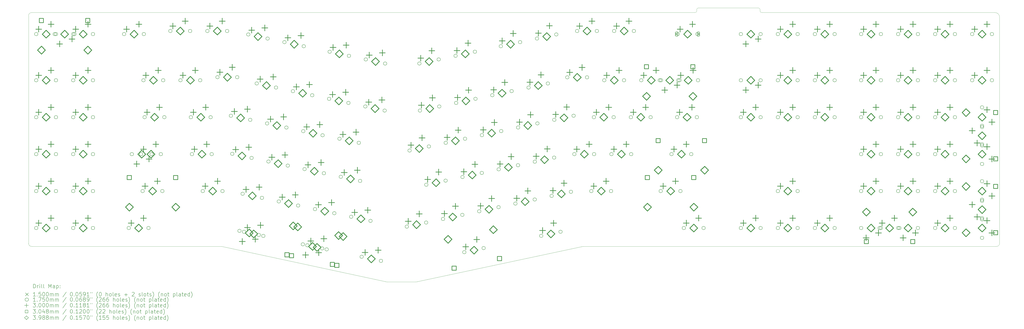
<source format=gbr>
%FSLAX45Y45*%
G04 Gerber Fmt 4.5, Leading zero omitted, Abs format (unit mm)*
G04 Created by KiCad (PCBNEW (6.0.1-0)) date 2022-06-13 17:25:12*
%MOMM*%
%LPD*%
G01*
G04 APERTURE LIST*
%TA.AperFunction,Profile*%
%ADD10C,0.100000*%
%TD*%
%ADD11C,0.200000*%
%ADD12C,0.150000*%
%ADD13C,0.175000*%
%ADD14C,0.300000*%
%ADD15C,0.304800*%
%ADD16C,0.398780*%
G04 APERTURE END LIST*
D10*
X46463750Y-25796875D02*
X46463750Y-37465000D01*
X46305000Y-37623750D02*
G75*
G03*
X46463750Y-37465000I0J158750D01*
G01*
X14922500Y-39449375D02*
X16430625Y-39449375D01*
X6429375Y-37623750D02*
X14922500Y-39449375D01*
X25003125Y-37623750D02*
X16430625Y-39449375D01*
X46305000Y-37623750D02*
X25003125Y-37623750D01*
X34210625Y-25558750D02*
X46225625Y-25558750D01*
X46463750Y-25796875D02*
G75*
G03*
X46225625Y-25558750I-238125J0D01*
G01*
X34131250Y-25400000D02*
X34131250Y-25479375D01*
X30956250Y-25320625D02*
X34051875Y-25320625D01*
X30876875Y-25479375D02*
X30876875Y-25400000D01*
X34131250Y-25479375D02*
G75*
G03*
X34210625Y-25558750I79375J0D01*
G01*
X34131250Y-25400000D02*
G75*
G03*
X34051875Y-25320625I-79375J0D01*
G01*
X30956250Y-25320625D02*
G75*
G03*
X30876875Y-25400000I0J-79375D01*
G01*
X30797500Y-25558750D02*
G75*
G03*
X30876875Y-25479375I0J79375D01*
G01*
X-3521875Y-37465000D02*
X-3521875Y-25717500D01*
X-3521875Y-37465000D02*
G75*
G03*
X-3363125Y-37623750I158750J0D01*
G01*
X-3363125Y-25558750D02*
G75*
G03*
X-3521875Y-25717500I0J-158750D01*
G01*
X-3363125Y-37623750D02*
X6429375Y-37623750D01*
X-3363125Y-25558750D02*
X30797500Y-25558750D01*
D11*
D12*
X29765625Y-26595000D02*
X29915625Y-26745000D01*
X29915625Y-26595000D02*
X29765625Y-26745000D01*
D11*
X29905625Y-26735000D02*
X29905625Y-26605000D01*
X29775625Y-26735000D02*
X29775625Y-26605000D01*
X29905625Y-26605000D02*
G75*
G03*
X29775625Y-26605000I-65000J0D01*
G01*
X29775625Y-26735000D02*
G75*
G03*
X29905625Y-26735000I65000J0D01*
G01*
D12*
X30885625Y-26595000D02*
X31035625Y-26745000D01*
X31035625Y-26595000D02*
X30885625Y-26745000D01*
D11*
X31025625Y-26735000D02*
X31025625Y-26605000D01*
X30895625Y-26735000D02*
X30895625Y-26605000D01*
X31025625Y-26605000D02*
G75*
G03*
X30895625Y-26605000I-65000J0D01*
G01*
X30895625Y-26735000D02*
G75*
G03*
X31025625Y-26735000I65000J0D01*
G01*
D13*
X-3039875Y-26670000D02*
G75*
G03*
X-3039875Y-26670000I-87500J0D01*
G01*
X-3039875Y-29051250D02*
G75*
G03*
X-3039875Y-29051250I-87500J0D01*
G01*
X-3039875Y-30956250D02*
G75*
G03*
X-3039875Y-30956250I-87500J0D01*
G01*
X-3039875Y-32861250D02*
G75*
G03*
X-3039875Y-32861250I-87500J0D01*
G01*
X-3039875Y-34766250D02*
G75*
G03*
X-3039875Y-34766250I-87500J0D01*
G01*
X-3039875Y-36671250D02*
G75*
G03*
X-3039875Y-36671250I-87500J0D01*
G01*
X-2087375Y-26670000D02*
G75*
G03*
X-2087375Y-26670000I-87500J0D01*
G01*
X-2023875Y-26670000D02*
G75*
G03*
X-2023875Y-26670000I-87500J0D01*
G01*
X-2023875Y-29051250D02*
G75*
G03*
X-2023875Y-29051250I-87500J0D01*
G01*
X-2023875Y-30956250D02*
G75*
G03*
X-2023875Y-30956250I-87500J0D01*
G01*
X-2023875Y-32861250D02*
G75*
G03*
X-2023875Y-32861250I-87500J0D01*
G01*
X-2023875Y-34766250D02*
G75*
G03*
X-2023875Y-34766250I-87500J0D01*
G01*
X-2023875Y-36671250D02*
G75*
G03*
X-2023875Y-36671250I-87500J0D01*
G01*
X-1134875Y-26670000D02*
G75*
G03*
X-1134875Y-26670000I-87500J0D01*
G01*
X-1134875Y-29051250D02*
G75*
G03*
X-1134875Y-29051250I-87500J0D01*
G01*
X-1134875Y-30956250D02*
G75*
G03*
X-1134875Y-30956250I-87500J0D01*
G01*
X-1134875Y-32861250D02*
G75*
G03*
X-1134875Y-32861250I-87500J0D01*
G01*
X-1134875Y-34766250D02*
G75*
G03*
X-1134875Y-34766250I-87500J0D01*
G01*
X-1134875Y-36671250D02*
G75*
G03*
X-1134875Y-36671250I-87500J0D01*
G01*
X-1071375Y-26670000D02*
G75*
G03*
X-1071375Y-26670000I-87500J0D01*
G01*
X-118875Y-26670000D02*
G75*
G03*
X-118875Y-26670000I-87500J0D01*
G01*
X-118875Y-29051250D02*
G75*
G03*
X-118875Y-29051250I-87500J0D01*
G01*
X-118875Y-30956250D02*
G75*
G03*
X-118875Y-30956250I-87500J0D01*
G01*
X-118875Y-32861250D02*
G75*
G03*
X-118875Y-32861250I-87500J0D01*
G01*
X-118875Y-34766250D02*
G75*
G03*
X-118875Y-34766250I-87500J0D01*
G01*
X-118875Y-36671250D02*
G75*
G03*
X-118875Y-36671250I-87500J0D01*
G01*
X1484500Y-26670000D02*
G75*
G03*
X1484500Y-26670000I-87500J0D01*
G01*
X1722625Y-36671250D02*
G75*
G03*
X1722625Y-36671250I-87500J0D01*
G01*
X1881375Y-32861250D02*
G75*
G03*
X1881375Y-32861250I-87500J0D01*
G01*
X2357625Y-32861250D02*
G75*
G03*
X2357625Y-32861250I-87500J0D01*
G01*
X2437000Y-34766250D02*
G75*
G03*
X2437000Y-34766250I-87500J0D01*
G01*
X2480180Y-29051250D02*
G75*
G03*
X2480180Y-29051250I-87500J0D01*
G01*
X2500500Y-26670000D02*
G75*
G03*
X2500500Y-26670000I-87500J0D01*
G01*
X2539870Y-30954980D02*
G75*
G03*
X2539870Y-30954980I-87500J0D01*
G01*
X2738625Y-36671250D02*
G75*
G03*
X2738625Y-36671250I-87500J0D01*
G01*
X2897375Y-32861250D02*
G75*
G03*
X2897375Y-32861250I-87500J0D01*
G01*
X3373625Y-32861250D02*
G75*
G03*
X3373625Y-32861250I-87500J0D01*
G01*
X3453000Y-34766250D02*
G75*
G03*
X3453000Y-34766250I-87500J0D01*
G01*
X3496180Y-29051250D02*
G75*
G03*
X3496180Y-29051250I-87500J0D01*
G01*
X3555870Y-30954980D02*
G75*
G03*
X3555870Y-30954980I-87500J0D01*
G01*
X3865750Y-26511250D02*
G75*
G03*
X3865750Y-26511250I-87500J0D01*
G01*
X4385647Y-29051250D02*
G75*
G03*
X4385647Y-29051250I-87500J0D01*
G01*
X4881750Y-26511250D02*
G75*
G03*
X4881750Y-26511250I-87500J0D01*
G01*
X4921120Y-30956250D02*
G75*
G03*
X4921120Y-30956250I-87500J0D01*
G01*
X4977000Y-32861250D02*
G75*
G03*
X4977000Y-32861250I-87500J0D01*
G01*
X5401647Y-29051250D02*
G75*
G03*
X5401647Y-29051250I-87500J0D01*
G01*
X5532625Y-34766250D02*
G75*
G03*
X5532625Y-34766250I-87500J0D01*
G01*
X5770750Y-26511250D02*
G75*
G03*
X5770750Y-26511250I-87500J0D01*
G01*
X5937120Y-30956250D02*
G75*
G03*
X5937120Y-30956250I-87500J0D01*
G01*
X5993000Y-32861250D02*
G75*
G03*
X5993000Y-32861250I-87500J0D01*
G01*
X6290180Y-28892500D02*
G75*
G03*
X6290180Y-28892500I-87500J0D01*
G01*
X6548625Y-34766250D02*
G75*
G03*
X6548625Y-34766250I-87500J0D01*
G01*
X6786750Y-26511250D02*
G75*
G03*
X6786750Y-26511250I-87500J0D01*
G01*
X6982001Y-30882381D02*
G75*
G03*
X6982001Y-30882381I-87500J0D01*
G01*
X7051851Y-32845801D02*
G75*
G03*
X7051851Y-32845801I-87500J0D01*
G01*
X7306180Y-28892500D02*
G75*
G03*
X7306180Y-28892500I-87500J0D01*
G01*
X7422691Y-36817853D02*
G75*
G03*
X7422691Y-36817853I-87500J0D01*
G01*
X7585251Y-34905741D02*
G75*
G03*
X7585251Y-34905741I-87500J0D01*
G01*
X7656371Y-36867891D02*
G75*
G03*
X7656371Y-36867891I-87500J0D01*
G01*
X7876081Y-26690111D02*
G75*
G03*
X7876081Y-26690111I-87500J0D01*
G01*
X7975799Y-31093619D02*
G75*
G03*
X7975799Y-31093619I-87500J0D01*
G01*
X8045649Y-33057039D02*
G75*
G03*
X8045649Y-33057039I-87500J0D01*
G01*
X8310421Y-29216141D02*
G75*
G03*
X8310421Y-29216141I-87500J0D01*
G01*
X8416489Y-37029091D02*
G75*
G03*
X8416489Y-37029091I-87500J0D01*
G01*
X8579049Y-35116979D02*
G75*
G03*
X8579049Y-35116979I-87500J0D01*
G01*
X8650169Y-37079129D02*
G75*
G03*
X8650169Y-37079129I-87500J0D01*
G01*
X8845091Y-31278621D02*
G75*
G03*
X8845091Y-31278621I-87500J0D01*
G01*
X8869879Y-26901349D02*
G75*
G03*
X8869879Y-26901349I-87500J0D01*
G01*
X8914941Y-33242041D02*
G75*
G03*
X8914941Y-33242041I-87500J0D01*
G01*
X9304219Y-29427379D02*
G75*
G03*
X9304219Y-29427379I-87500J0D01*
G01*
X9447071Y-35300711D02*
G75*
G03*
X9447071Y-35300711I-87500J0D01*
G01*
X9737901Y-27085081D02*
G75*
G03*
X9737901Y-27085081I-87500J0D01*
G01*
X9838889Y-31489859D02*
G75*
G03*
X9838889Y-31489859I-87500J0D01*
G01*
X9908739Y-33453279D02*
G75*
G03*
X9908739Y-33453279I-87500J0D01*
G01*
X10173511Y-29613651D02*
G75*
G03*
X10173511Y-29613651I-87500J0D01*
G01*
X10440869Y-35511949D02*
G75*
G03*
X10440869Y-35511949I-87500J0D01*
G01*
X10684305Y-37511781D02*
G75*
G03*
X10684305Y-37511781I-87500J0D01*
G01*
X10706911Y-31676131D02*
G75*
G03*
X10706911Y-31676131I-87500J0D01*
G01*
X10731699Y-27296319D02*
G75*
G03*
X10731699Y-27296319I-87500J0D01*
G01*
X10774221Y-33634471D02*
G75*
G03*
X10774221Y-33634471I-87500J0D01*
G01*
X10916461Y-37561311D02*
G75*
G03*
X10916461Y-37561311I-87500J0D01*
G01*
X11167309Y-29824889D02*
G75*
G03*
X11167309Y-29824889I-87500J0D01*
G01*
X11311431Y-35696951D02*
G75*
G03*
X11311431Y-35696951I-87500J0D01*
G01*
X11678103Y-37723019D02*
G75*
G03*
X11678103Y-37723019I-87500J0D01*
G01*
X11700709Y-31887369D02*
G75*
G03*
X11700709Y-31887369I-87500J0D01*
G01*
X11768019Y-33845709D02*
G75*
G03*
X11768019Y-33845709I-87500J0D01*
G01*
X11910259Y-37772549D02*
G75*
G03*
X11910259Y-37772549I-87500J0D01*
G01*
X12037871Y-30009891D02*
G75*
G03*
X12037871Y-30009891I-87500J0D01*
G01*
X12064541Y-27581651D02*
G75*
G03*
X12064541Y-27581651I-87500J0D01*
G01*
X12305229Y-35908189D02*
G75*
G03*
X12305229Y-35908189I-87500J0D01*
G01*
X12571271Y-32067291D02*
G75*
G03*
X12571271Y-32067291I-87500J0D01*
G01*
X12638581Y-34030711D02*
G75*
G03*
X12638581Y-34030711I-87500J0D01*
G01*
X13031669Y-30221129D02*
G75*
G03*
X13031669Y-30221129I-87500J0D01*
G01*
X13058339Y-27792889D02*
G75*
G03*
X13058339Y-27792889I-87500J0D01*
G01*
X13174521Y-36091921D02*
G75*
G03*
X13174521Y-36091921I-87500J0D01*
G01*
X13565069Y-32278529D02*
G75*
G03*
X13565069Y-32278529I-87500J0D01*
G01*
X13632379Y-34241949D02*
G75*
G03*
X13632379Y-34241949I-87500J0D01*
G01*
X13711731Y-38154401D02*
G75*
G03*
X13711731Y-38154401I-87500J0D01*
G01*
X13902231Y-30403591D02*
G75*
G03*
X13902231Y-30403591I-87500J0D01*
G01*
X13926361Y-27977891D02*
G75*
G03*
X13926361Y-27977891I-87500J0D01*
G01*
X14168319Y-36303159D02*
G75*
G03*
X14168319Y-36303159I-87500J0D01*
G01*
X14705529Y-38365639D02*
G75*
G03*
X14705529Y-38365639I-87500J0D01*
G01*
X14896029Y-30614829D02*
G75*
G03*
X14896029Y-30614829I-87500J0D01*
G01*
X14920159Y-28189129D02*
G75*
G03*
X14920159Y-28189129I-87500J0D01*
G01*
X16038034Y-36600784D02*
G75*
G03*
X16038034Y-36600784I-87500J0D01*
G01*
X16179341Y-32676039D02*
G75*
G03*
X16179341Y-32676039I-87500J0D01*
G01*
X16684801Y-28187859D02*
G75*
G03*
X16684801Y-28187859I-87500J0D01*
G01*
X16714011Y-30614829D02*
G75*
G03*
X16714011Y-30614829I-87500J0D01*
G01*
X17031832Y-36389546D02*
G75*
G03*
X17031832Y-36389546I-87500J0D01*
G01*
X17040401Y-34440069D02*
G75*
G03*
X17040401Y-34440069I-87500J0D01*
G01*
X17173139Y-32464801D02*
G75*
G03*
X17173139Y-32464801I-87500J0D01*
G01*
X17678599Y-27976621D02*
G75*
G03*
X17678599Y-27976621I-87500J0D01*
G01*
X17707809Y-30403591D02*
G75*
G03*
X17707809Y-30403591I-87500J0D01*
G01*
X17901461Y-36205369D02*
G75*
G03*
X17901461Y-36205369I-87500J0D01*
G01*
X18034199Y-34228831D02*
G75*
G03*
X18034199Y-34228831I-87500J0D01*
G01*
X18041161Y-32278529D02*
G75*
G03*
X18041161Y-32278529I-87500J0D01*
G01*
X18547891Y-27791619D02*
G75*
G03*
X18547891Y-27791619I-87500J0D01*
G01*
X18578371Y-30219859D02*
G75*
G03*
X18578371Y-30219859I-87500J0D01*
G01*
X18895259Y-35994131D02*
G75*
G03*
X18895259Y-35994131I-87500J0D01*
G01*
X18903491Y-34042559D02*
G75*
G03*
X18903491Y-34042559I-87500J0D01*
G01*
X18997471Y-37917329D02*
G75*
G03*
X18997471Y-37917329I-87500J0D01*
G01*
X19034959Y-32067291D02*
G75*
G03*
X19034959Y-32067291I-87500J0D01*
G01*
X19541689Y-27580381D02*
G75*
G03*
X19541689Y-27580381I-87500J0D01*
G01*
X19572169Y-30008621D02*
G75*
G03*
X19572169Y-30008621I-87500J0D01*
G01*
X19765821Y-35807859D02*
G75*
G03*
X19765821Y-35807859I-87500J0D01*
G01*
X19897289Y-33831321D02*
G75*
G03*
X19897289Y-33831321I-87500J0D01*
G01*
X19902981Y-31883559D02*
G75*
G03*
X19902981Y-31883559I-87500J0D01*
G01*
X19991269Y-37706091D02*
G75*
G03*
X19991269Y-37706091I-87500J0D01*
G01*
X20438921Y-29822349D02*
G75*
G03*
X20438921Y-29822349I-87500J0D01*
G01*
X20759619Y-35596621D02*
G75*
G03*
X20759619Y-35596621I-87500J0D01*
G01*
X20766581Y-33645049D02*
G75*
G03*
X20766581Y-33645049I-87500J0D01*
G01*
X20875801Y-27296319D02*
G75*
G03*
X20875801Y-27296319I-87500J0D01*
G01*
X20896779Y-31672321D02*
G75*
G03*
X20896779Y-31672321I-87500J0D01*
G01*
X21432719Y-29611111D02*
G75*
G03*
X21432719Y-29611111I-87500J0D01*
G01*
X21627641Y-35411619D02*
G75*
G03*
X21627641Y-35411619I-87500J0D01*
G01*
X21760379Y-33433811D02*
G75*
G03*
X21760379Y-33433811I-87500J0D01*
G01*
X21766071Y-31487319D02*
G75*
G03*
X21766071Y-31487319I-87500J0D01*
G01*
X21869599Y-27085081D02*
G75*
G03*
X21869599Y-27085081I-87500J0D01*
G01*
X22304551Y-29428649D02*
G75*
G03*
X22304551Y-29428649I-87500J0D01*
G01*
X22621439Y-35200381D02*
G75*
G03*
X22621439Y-35200381I-87500J0D01*
G01*
X22627131Y-33251349D02*
G75*
G03*
X22627131Y-33251349I-87500J0D01*
G01*
X22738891Y-26900079D02*
G75*
G03*
X22738891Y-26900079I-87500J0D01*
G01*
X22759869Y-31276081D02*
G75*
G03*
X22759869Y-31276081I-87500J0D01*
G01*
X22956061Y-37076589D02*
G75*
G03*
X22956061Y-37076589I-87500J0D01*
G01*
X23298349Y-29217411D02*
G75*
G03*
X23298349Y-29217411I-87500J0D01*
G01*
X23492001Y-35015379D02*
G75*
G03*
X23492001Y-35015379I-87500J0D01*
G01*
X23620929Y-33040111D02*
G75*
G03*
X23620929Y-33040111I-87500J0D01*
G01*
X23629161Y-31092349D02*
G75*
G03*
X23629161Y-31092349I-87500J0D01*
G01*
X23732689Y-26688841D02*
G75*
G03*
X23732689Y-26688841I-87500J0D01*
G01*
X23949859Y-36865351D02*
G75*
G03*
X23949859Y-36865351I-87500J0D01*
G01*
X24298780Y-28900120D02*
G75*
G03*
X24298780Y-28900120I-87500J0D01*
G01*
X24485799Y-34804141D02*
G75*
G03*
X24485799Y-34804141I-87500J0D01*
G01*
X24622959Y-30881111D02*
G75*
G03*
X24622959Y-30881111I-87500J0D01*
G01*
X24662000Y-32861250D02*
G75*
G03*
X24662000Y-32861250I-87500J0D01*
G01*
X24804240Y-26511250D02*
G75*
G03*
X24804240Y-26511250I-87500J0D01*
G01*
X25314780Y-28900120D02*
G75*
G03*
X25314780Y-28900120I-87500J0D01*
G01*
X25535125Y-34766250D02*
G75*
G03*
X25535125Y-34766250I-87500J0D01*
G01*
X25667840Y-30956250D02*
G75*
G03*
X25667840Y-30956250I-87500J0D01*
G01*
X25678000Y-32861250D02*
G75*
G03*
X25678000Y-32861250I-87500J0D01*
G01*
X25820240Y-26511250D02*
G75*
G03*
X25820240Y-26511250I-87500J0D01*
G01*
X26202510Y-29051250D02*
G75*
G03*
X26202510Y-29051250I-87500J0D01*
G01*
X26551125Y-34766250D02*
G75*
G03*
X26551125Y-34766250I-87500J0D01*
G01*
X26570810Y-32861250D02*
G75*
G03*
X26570810Y-32861250I-87500J0D01*
G01*
X26683840Y-30956250D02*
G75*
G03*
X26683840Y-30956250I-87500J0D01*
G01*
X26710510Y-26511250D02*
G75*
G03*
X26710510Y-26511250I-87500J0D01*
G01*
X27218510Y-29051250D02*
G75*
G03*
X27218510Y-29051250I-87500J0D01*
G01*
X27571570Y-30956250D02*
G75*
G03*
X27571570Y-30956250I-87500J0D01*
G01*
X27586810Y-32861250D02*
G75*
G03*
X27586810Y-32861250I-87500J0D01*
G01*
X27726510Y-26511250D02*
G75*
G03*
X27726510Y-26511250I-87500J0D01*
G01*
X28107510Y-29051250D02*
G75*
G03*
X28107510Y-29051250I-87500J0D01*
G01*
X28587570Y-30956250D02*
G75*
G03*
X28587570Y-30956250I-87500J0D01*
G01*
X29060010Y-29051250D02*
G75*
G03*
X29060010Y-29051250I-87500J0D01*
G01*
X29107000Y-34766250D02*
G75*
G03*
X29107000Y-34766250I-87500J0D01*
G01*
X29123510Y-29051250D02*
G75*
G03*
X29123510Y-29051250I-87500J0D01*
G01*
X29662625Y-32861250D02*
G75*
G03*
X29662625Y-32861250I-87500J0D01*
G01*
X29952820Y-30956250D02*
G75*
G03*
X29952820Y-30956250I-87500J0D01*
G01*
X29980125Y-26670000D02*
G75*
G03*
X29980125Y-26670000I-87500J0D01*
G01*
X30011240Y-29051250D02*
G75*
G03*
X30011240Y-29051250I-87500J0D01*
G01*
X30076010Y-29051250D02*
G75*
G03*
X30076010Y-29051250I-87500J0D01*
G01*
X30123000Y-34766250D02*
G75*
G03*
X30123000Y-34766250I-87500J0D01*
G01*
X30297625Y-36671250D02*
G75*
G03*
X30297625Y-36671250I-87500J0D01*
G01*
X30678625Y-32861250D02*
G75*
G03*
X30678625Y-32861250I-87500J0D01*
G01*
X30968820Y-30956250D02*
G75*
G03*
X30968820Y-30956250I-87500J0D01*
G01*
X30996125Y-26670000D02*
G75*
G03*
X30996125Y-26670000I-87500J0D01*
G01*
X31027240Y-29051250D02*
G75*
G03*
X31027240Y-29051250I-87500J0D01*
G01*
X31313625Y-36671250D02*
G75*
G03*
X31313625Y-36671250I-87500J0D01*
G01*
X33234500Y-26670000D02*
G75*
G03*
X33234500Y-26670000I-87500J0D01*
G01*
X33234500Y-29051250D02*
G75*
G03*
X33234500Y-29051250I-87500J0D01*
G01*
X33234500Y-30956250D02*
G75*
G03*
X33234500Y-30956250I-87500J0D01*
G01*
X33234500Y-36671250D02*
G75*
G03*
X33234500Y-36671250I-87500J0D01*
G01*
X34250500Y-26670000D02*
G75*
G03*
X34250500Y-26670000I-87500J0D01*
G01*
X34250500Y-29051250D02*
G75*
G03*
X34250500Y-29051250I-87500J0D01*
G01*
X34250500Y-30956250D02*
G75*
G03*
X34250500Y-30956250I-87500J0D01*
G01*
X34250500Y-36671250D02*
G75*
G03*
X34250500Y-36671250I-87500J0D01*
G01*
X35139500Y-26670000D02*
G75*
G03*
X35139500Y-26670000I-87500J0D01*
G01*
X35139500Y-29051250D02*
G75*
G03*
X35139500Y-29051250I-87500J0D01*
G01*
X35139500Y-30956250D02*
G75*
G03*
X35139500Y-30956250I-87500J0D01*
G01*
X35139500Y-34766250D02*
G75*
G03*
X35139500Y-34766250I-87500J0D01*
G01*
X35139500Y-36671250D02*
G75*
G03*
X35139500Y-36671250I-87500J0D01*
G01*
X36155500Y-26670000D02*
G75*
G03*
X36155500Y-26670000I-87500J0D01*
G01*
X36155500Y-29051250D02*
G75*
G03*
X36155500Y-29051250I-87500J0D01*
G01*
X36155500Y-30956250D02*
G75*
G03*
X36155500Y-30956250I-87500J0D01*
G01*
X36155500Y-34766250D02*
G75*
G03*
X36155500Y-34766250I-87500J0D01*
G01*
X36155500Y-36671250D02*
G75*
G03*
X36155500Y-36671250I-87500J0D01*
G01*
X37044500Y-26670000D02*
G75*
G03*
X37044500Y-26670000I-87500J0D01*
G01*
X37044500Y-29051250D02*
G75*
G03*
X37044500Y-29051250I-87500J0D01*
G01*
X37044500Y-30956250D02*
G75*
G03*
X37044500Y-30956250I-87500J0D01*
G01*
X37044500Y-36671250D02*
G75*
G03*
X37044500Y-36671250I-87500J0D01*
G01*
X38060500Y-26670000D02*
G75*
G03*
X38060500Y-26670000I-87500J0D01*
G01*
X38060500Y-29051250D02*
G75*
G03*
X38060500Y-29051250I-87500J0D01*
G01*
X38060500Y-30956250D02*
G75*
G03*
X38060500Y-30956250I-87500J0D01*
G01*
X38060500Y-36671250D02*
G75*
G03*
X38060500Y-36671250I-87500J0D01*
G01*
X39425750Y-26670000D02*
G75*
G03*
X39425750Y-26670000I-87500J0D01*
G01*
X39425750Y-29051250D02*
G75*
G03*
X39425750Y-29051250I-87500J0D01*
G01*
X39425750Y-30956250D02*
G75*
G03*
X39425750Y-30956250I-87500J0D01*
G01*
X39425750Y-32861250D02*
G75*
G03*
X39425750Y-32861250I-87500J0D01*
G01*
X39425750Y-34766250D02*
G75*
G03*
X39425750Y-34766250I-87500J0D01*
G01*
X39425750Y-36671250D02*
G75*
G03*
X39425750Y-36671250I-87500J0D01*
G01*
X40378250Y-36671250D02*
G75*
G03*
X40378250Y-36671250I-87500J0D01*
G01*
X40441750Y-26670000D02*
G75*
G03*
X40441750Y-26670000I-87500J0D01*
G01*
X40441750Y-29051250D02*
G75*
G03*
X40441750Y-29051250I-87500J0D01*
G01*
X40441750Y-30956250D02*
G75*
G03*
X40441750Y-30956250I-87500J0D01*
G01*
X40441750Y-32861250D02*
G75*
G03*
X40441750Y-32861250I-87500J0D01*
G01*
X40441750Y-34766250D02*
G75*
G03*
X40441750Y-34766250I-87500J0D01*
G01*
X40441750Y-36671250D02*
G75*
G03*
X40441750Y-36671250I-87500J0D01*
G01*
X41330750Y-26670000D02*
G75*
G03*
X41330750Y-26670000I-87500J0D01*
G01*
X41330750Y-29051250D02*
G75*
G03*
X41330750Y-29051250I-87500J0D01*
G01*
X41330750Y-30956250D02*
G75*
G03*
X41330750Y-30956250I-87500J0D01*
G01*
X41330750Y-32861250D02*
G75*
G03*
X41330750Y-32861250I-87500J0D01*
G01*
X41330750Y-34766250D02*
G75*
G03*
X41330750Y-34766250I-87500J0D01*
G01*
X41330750Y-36671250D02*
G75*
G03*
X41330750Y-36671250I-87500J0D01*
G01*
X41394250Y-36671250D02*
G75*
G03*
X41394250Y-36671250I-87500J0D01*
G01*
X42346750Y-26670000D02*
G75*
G03*
X42346750Y-26670000I-87500J0D01*
G01*
X42346750Y-29051250D02*
G75*
G03*
X42346750Y-29051250I-87500J0D01*
G01*
X42346750Y-30956250D02*
G75*
G03*
X42346750Y-30956250I-87500J0D01*
G01*
X42346750Y-32861250D02*
G75*
G03*
X42346750Y-32861250I-87500J0D01*
G01*
X42346750Y-34766250D02*
G75*
G03*
X42346750Y-34766250I-87500J0D01*
G01*
X42346750Y-36671250D02*
G75*
G03*
X42346750Y-36671250I-87500J0D01*
G01*
X43235750Y-26670000D02*
G75*
G03*
X43235750Y-26670000I-87500J0D01*
G01*
X43235750Y-29051250D02*
G75*
G03*
X43235750Y-29051250I-87500J0D01*
G01*
X43235750Y-30956250D02*
G75*
G03*
X43235750Y-30956250I-87500J0D01*
G01*
X43235750Y-32861250D02*
G75*
G03*
X43235750Y-32861250I-87500J0D01*
G01*
X43235750Y-34766250D02*
G75*
G03*
X43235750Y-34766250I-87500J0D01*
G01*
X43235750Y-36671250D02*
G75*
G03*
X43235750Y-36671250I-87500J0D01*
G01*
X44251750Y-26670000D02*
G75*
G03*
X44251750Y-26670000I-87500J0D01*
G01*
X44251750Y-29051250D02*
G75*
G03*
X44251750Y-29051250I-87500J0D01*
G01*
X44251750Y-30956250D02*
G75*
G03*
X44251750Y-30956250I-87500J0D01*
G01*
X44251750Y-32861250D02*
G75*
G03*
X44251750Y-32861250I-87500J0D01*
G01*
X44251750Y-34766250D02*
G75*
G03*
X44251750Y-34766250I-87500J0D01*
G01*
X44251750Y-36671250D02*
G75*
G03*
X44251750Y-36671250I-87500J0D01*
G01*
X45140750Y-26670000D02*
G75*
G03*
X45140750Y-26670000I-87500J0D01*
G01*
X45140750Y-29051250D02*
G75*
G03*
X45140750Y-29051250I-87500J0D01*
G01*
X45648750Y-30448250D02*
G75*
G03*
X45648750Y-30448250I-87500J0D01*
G01*
X45648750Y-31400750D02*
G75*
G03*
X45648750Y-31400750I-87500J0D01*
G01*
X45648750Y-31464250D02*
G75*
G03*
X45648750Y-31464250I-87500J0D01*
G01*
X45648750Y-32353250D02*
G75*
G03*
X45648750Y-32353250I-87500J0D01*
G01*
X45648750Y-32416750D02*
G75*
G03*
X45648750Y-32416750I-87500J0D01*
G01*
X45648750Y-33369250D02*
G75*
G03*
X45648750Y-33369250I-87500J0D01*
G01*
X45648750Y-34258250D02*
G75*
G03*
X45648750Y-34258250I-87500J0D01*
G01*
X45648750Y-35210750D02*
G75*
G03*
X45648750Y-35210750I-87500J0D01*
G01*
X45648750Y-35274250D02*
G75*
G03*
X45648750Y-35274250I-87500J0D01*
G01*
X45648750Y-36163250D02*
G75*
G03*
X45648750Y-36163250I-87500J0D01*
G01*
X45648750Y-36226750D02*
G75*
G03*
X45648750Y-36226750I-87500J0D01*
G01*
X45648750Y-37179250D02*
G75*
G03*
X45648750Y-37179250I-87500J0D01*
G01*
X46156750Y-26670000D02*
G75*
G03*
X46156750Y-26670000I-87500J0D01*
G01*
X46156750Y-29051250D02*
G75*
G03*
X46156750Y-29051250I-87500J0D01*
G01*
D14*
X-3000375Y-26266000D02*
X-3000375Y-26566000D01*
X-3150375Y-26416000D02*
X-2850375Y-26416000D01*
X-3000375Y-28647250D02*
X-3000375Y-28947250D01*
X-3150375Y-28797250D02*
X-2850375Y-28797250D01*
X-3000375Y-30552250D02*
X-3000375Y-30852250D01*
X-3150375Y-30702250D02*
X-2850375Y-30702250D01*
X-3000375Y-32457250D02*
X-3000375Y-32757250D01*
X-3150375Y-32607250D02*
X-2850375Y-32607250D01*
X-3000375Y-34362250D02*
X-3000375Y-34662250D01*
X-3150375Y-34512250D02*
X-2850375Y-34512250D01*
X-3000375Y-36267250D02*
X-3000375Y-36567250D01*
X-3150375Y-36417250D02*
X-2850375Y-36417250D01*
X-2365375Y-26012000D02*
X-2365375Y-26312000D01*
X-2515375Y-26162000D02*
X-2215375Y-26162000D01*
X-2365375Y-28393250D02*
X-2365375Y-28693250D01*
X-2515375Y-28543250D02*
X-2215375Y-28543250D01*
X-2365375Y-30298250D02*
X-2365375Y-30598250D01*
X-2515375Y-30448250D02*
X-2215375Y-30448250D01*
X-2365375Y-32203250D02*
X-2365375Y-32503250D01*
X-2515375Y-32353250D02*
X-2215375Y-32353250D01*
X-2365375Y-34108250D02*
X-2365375Y-34408250D01*
X-2515375Y-34258250D02*
X-2215375Y-34258250D01*
X-2365375Y-36013250D02*
X-2365375Y-36313250D01*
X-2515375Y-36163250D02*
X-2215375Y-36163250D01*
X-1920875Y-27028000D02*
X-1920875Y-27328000D01*
X-2070875Y-27178000D02*
X-1770875Y-27178000D01*
X-1285875Y-26774000D02*
X-1285875Y-27074000D01*
X-1435875Y-26924000D02*
X-1135875Y-26924000D01*
X-1095375Y-26266000D02*
X-1095375Y-26566000D01*
X-1245375Y-26416000D02*
X-945375Y-26416000D01*
X-1095375Y-28647250D02*
X-1095375Y-28947250D01*
X-1245375Y-28797250D02*
X-945375Y-28797250D01*
X-1095375Y-30552250D02*
X-1095375Y-30852250D01*
X-1245375Y-30702250D02*
X-945375Y-30702250D01*
X-1095375Y-32457250D02*
X-1095375Y-32757250D01*
X-1245375Y-32607250D02*
X-945375Y-32607250D01*
X-1095375Y-34362250D02*
X-1095375Y-34662250D01*
X-1245375Y-34512250D02*
X-945375Y-34512250D01*
X-1095375Y-36267250D02*
X-1095375Y-36567250D01*
X-1245375Y-36417250D02*
X-945375Y-36417250D01*
X-460375Y-26012000D02*
X-460375Y-26312000D01*
X-610375Y-26162000D02*
X-310375Y-26162000D01*
X-460375Y-28393250D02*
X-460375Y-28693250D01*
X-610375Y-28543250D02*
X-310375Y-28543250D01*
X-460375Y-30298250D02*
X-460375Y-30598250D01*
X-610375Y-30448250D02*
X-310375Y-30448250D01*
X-460375Y-32203250D02*
X-460375Y-32503250D01*
X-610375Y-32353250D02*
X-310375Y-32353250D01*
X-460375Y-34108250D02*
X-460375Y-34408250D01*
X-610375Y-34258250D02*
X-310375Y-34258250D01*
X-460375Y-36013250D02*
X-460375Y-36313250D01*
X-610375Y-36163250D02*
X-310375Y-36163250D01*
X1524000Y-26266000D02*
X1524000Y-26566000D01*
X1374000Y-26416000D02*
X1674000Y-26416000D01*
X1762125Y-36267250D02*
X1762125Y-36567250D01*
X1612125Y-36417250D02*
X1912125Y-36417250D01*
X2047875Y-33219250D02*
X2047875Y-33519250D01*
X1897875Y-33369250D02*
X2197875Y-33369250D01*
X2159000Y-26012000D02*
X2159000Y-26312000D01*
X2009000Y-26162000D02*
X2309000Y-26162000D01*
X2397125Y-32457250D02*
X2397125Y-32757250D01*
X2247125Y-32607250D02*
X2547125Y-32607250D01*
X2397125Y-36013250D02*
X2397125Y-36313250D01*
X2247125Y-36163250D02*
X2547125Y-36163250D01*
X2476500Y-34362250D02*
X2476500Y-34662250D01*
X2326500Y-34512250D02*
X2626500Y-34512250D01*
X2519680Y-28647250D02*
X2519680Y-28947250D01*
X2369680Y-28797250D02*
X2669680Y-28797250D01*
X2579370Y-30550980D02*
X2579370Y-30850980D01*
X2429370Y-30700980D02*
X2729370Y-30700980D01*
X2682875Y-32965250D02*
X2682875Y-33265250D01*
X2532875Y-33115250D02*
X2832875Y-33115250D01*
X3032125Y-32203250D02*
X3032125Y-32503250D01*
X2882125Y-32353250D02*
X3182125Y-32353250D01*
X3111500Y-34108250D02*
X3111500Y-34408250D01*
X2961500Y-34258250D02*
X3261500Y-34258250D01*
X3154680Y-28393250D02*
X3154680Y-28693250D01*
X3004680Y-28543250D02*
X3304680Y-28543250D01*
X3214370Y-30296980D02*
X3214370Y-30596980D01*
X3064370Y-30446980D02*
X3364370Y-30446980D01*
X3905250Y-26107250D02*
X3905250Y-26407250D01*
X3755250Y-26257250D02*
X4055250Y-26257250D01*
X4425147Y-28647250D02*
X4425147Y-28947250D01*
X4275147Y-28797250D02*
X4575147Y-28797250D01*
X4540250Y-25853250D02*
X4540250Y-26153250D01*
X4390250Y-26003250D02*
X4690250Y-26003250D01*
X4960620Y-30552250D02*
X4960620Y-30852250D01*
X4810620Y-30702250D02*
X5110620Y-30702250D01*
X5016500Y-32457250D02*
X5016500Y-32757250D01*
X4866500Y-32607250D02*
X5166500Y-32607250D01*
X5060147Y-28393250D02*
X5060147Y-28693250D01*
X4910147Y-28543250D02*
X5210147Y-28543250D01*
X5572125Y-34362250D02*
X5572125Y-34662250D01*
X5422125Y-34512250D02*
X5722125Y-34512250D01*
X5595620Y-30298250D02*
X5595620Y-30598250D01*
X5445620Y-30448250D02*
X5745620Y-30448250D01*
X5651500Y-32203250D02*
X5651500Y-32503250D01*
X5501500Y-32353250D02*
X5801500Y-32353250D01*
X5810250Y-26107250D02*
X5810250Y-26407250D01*
X5660250Y-26257250D02*
X5960250Y-26257250D01*
X6207125Y-34108250D02*
X6207125Y-34408250D01*
X6057125Y-34258250D02*
X6357125Y-34258250D01*
X6329680Y-28488500D02*
X6329680Y-28788500D01*
X6179680Y-28638500D02*
X6479680Y-28638500D01*
X6445250Y-25853250D02*
X6445250Y-26153250D01*
X6295250Y-26003250D02*
X6595250Y-26003250D01*
X6964680Y-28234500D02*
X6964680Y-28534500D01*
X6814680Y-28384500D02*
X7114680Y-28384500D01*
X7071535Y-30510336D02*
X7071535Y-30810336D01*
X6921535Y-30660336D02*
X7221535Y-30660336D01*
X7141385Y-32473756D02*
X7141385Y-32773756D01*
X6991385Y-32623756D02*
X7291385Y-32623756D01*
X7478021Y-37217561D02*
X7478021Y-37517561D01*
X7328021Y-37367561D02*
X7628021Y-37367561D01*
X7674785Y-34533696D02*
X7674785Y-34833696D01*
X7524785Y-34683696D02*
X7824785Y-34683696D01*
X7745469Y-30393911D02*
X7745469Y-30693911D01*
X7595469Y-30543911D02*
X7895469Y-30543911D01*
X7745905Y-36495846D02*
X7745905Y-36795846D01*
X7595905Y-36645846D02*
X7895905Y-36645846D01*
X7815319Y-32357331D02*
X7815319Y-32657331D01*
X7665319Y-32507331D02*
X7965319Y-32507331D01*
X7965615Y-26318066D02*
X7965615Y-26618066D01*
X7815615Y-26468066D02*
X8115615Y-26468066D01*
X8151955Y-37101136D02*
X8151955Y-37401136D01*
X8001955Y-37251136D02*
X8301955Y-37251136D01*
X8348719Y-34417271D02*
X8348719Y-34717271D01*
X8198719Y-34567271D02*
X8498719Y-34567271D01*
X8399955Y-28844096D02*
X8399955Y-29144096D01*
X8249955Y-28994096D02*
X8549955Y-28994096D01*
X8419839Y-36379421D02*
X8419839Y-36679421D01*
X8269839Y-36529421D02*
X8569839Y-36529421D01*
X8639549Y-26201641D02*
X8639549Y-26501641D01*
X8489549Y-26351641D02*
X8789549Y-26351641D01*
X8934625Y-30906576D02*
X8934625Y-31206576D01*
X8784625Y-31056576D02*
X9084625Y-31056576D01*
X9004475Y-32869996D02*
X9004475Y-33169996D01*
X8854475Y-33019996D02*
X9154475Y-33019996D01*
X9073889Y-28727671D02*
X9073889Y-29027671D01*
X8923889Y-28877671D02*
X9223889Y-28877671D01*
X9536605Y-34928666D02*
X9536605Y-35228666D01*
X9386605Y-35078666D02*
X9686605Y-35078666D01*
X9608559Y-30790151D02*
X9608559Y-31090151D01*
X9458559Y-30940151D02*
X9758559Y-30940151D01*
X9678409Y-32753571D02*
X9678409Y-33053571D01*
X9528409Y-32903571D02*
X9828409Y-32903571D01*
X9827435Y-26713036D02*
X9827435Y-27013036D01*
X9677435Y-26863036D02*
X9977435Y-26863036D01*
X10210539Y-34812241D02*
X10210539Y-35112241D01*
X10060539Y-34962241D02*
X10360539Y-34962241D01*
X10263045Y-29241606D02*
X10263045Y-29541606D01*
X10113045Y-29391606D02*
X10413045Y-29391606D01*
X10501369Y-26596611D02*
X10501369Y-26896611D01*
X10351369Y-26746611D02*
X10651369Y-26746611D01*
X10739635Y-37911489D02*
X10739635Y-38211489D01*
X10589635Y-38061489D02*
X10889635Y-38061489D01*
X10796445Y-31304086D02*
X10796445Y-31604086D01*
X10646445Y-31454086D02*
X10946445Y-31454086D01*
X10863755Y-33262426D02*
X10863755Y-33562426D01*
X10713755Y-33412426D02*
X11013755Y-33412426D01*
X10936979Y-29125181D02*
X10936979Y-29425181D01*
X10786979Y-29275181D02*
X11086979Y-29275181D01*
X11005995Y-37189266D02*
X11005995Y-37489266D01*
X10855995Y-37339266D02*
X11155995Y-37339266D01*
X11400965Y-35324906D02*
X11400965Y-35624906D01*
X11250965Y-35474906D02*
X11550965Y-35474906D01*
X11413569Y-37795064D02*
X11413569Y-38095064D01*
X11263569Y-37945064D02*
X11563569Y-37945064D01*
X11470379Y-31187661D02*
X11470379Y-31487661D01*
X11320379Y-31337661D02*
X11620379Y-31337661D01*
X11537689Y-33146001D02*
X11537689Y-33446001D01*
X11387689Y-33296001D02*
X11687689Y-33296001D01*
X11679929Y-37072841D02*
X11679929Y-37372841D01*
X11529929Y-37222841D02*
X11829929Y-37222841D01*
X12074899Y-35208481D02*
X12074899Y-35508481D01*
X11924899Y-35358481D02*
X12224899Y-35358481D01*
X12127405Y-29637846D02*
X12127405Y-29937846D01*
X11977405Y-29787846D02*
X12277405Y-29787846D01*
X12154075Y-27209606D02*
X12154075Y-27509606D01*
X12004075Y-27359606D02*
X12304075Y-27359606D01*
X12660805Y-31695246D02*
X12660805Y-31995246D01*
X12510805Y-31845246D02*
X12810805Y-31845246D01*
X12728115Y-33658666D02*
X12728115Y-33958666D01*
X12578115Y-33808666D02*
X12878115Y-33808666D01*
X12801339Y-29521421D02*
X12801339Y-29821421D01*
X12651339Y-29671421D02*
X12951339Y-29671421D01*
X12828009Y-27093181D02*
X12828009Y-27393181D01*
X12678009Y-27243181D02*
X12978009Y-27243181D01*
X13264055Y-35719876D02*
X13264055Y-36019876D01*
X13114055Y-35869876D02*
X13414055Y-35869876D01*
X13334739Y-31578821D02*
X13334739Y-31878821D01*
X13184739Y-31728821D02*
X13484739Y-31728821D01*
X13402049Y-33542241D02*
X13402049Y-33842241D01*
X13252049Y-33692241D02*
X13552049Y-33692241D01*
X13801265Y-37782356D02*
X13801265Y-38082356D01*
X13651265Y-37932356D02*
X13951265Y-37932356D01*
X13937989Y-35603451D02*
X13937989Y-35903451D01*
X13787989Y-35753451D02*
X14087989Y-35753451D01*
X13991765Y-30031546D02*
X13991765Y-30331546D01*
X13841765Y-30181546D02*
X14141765Y-30181546D01*
X14015895Y-27605846D02*
X14015895Y-27905846D01*
X13865895Y-27755846D02*
X14165895Y-27755846D01*
X14475199Y-37665931D02*
X14475199Y-37965931D01*
X14325199Y-37815931D02*
X14625199Y-37815931D01*
X14665699Y-29915121D02*
X14665699Y-30215121D01*
X14515699Y-30065121D02*
X14815699Y-30065121D01*
X14689829Y-27489421D02*
X14689829Y-27789421D01*
X14539829Y-27639421D02*
X14839829Y-27639421D01*
X16021949Y-36175930D02*
X16021949Y-36475930D01*
X15871949Y-36325930D02*
X16171949Y-36325930D01*
X16163256Y-32251185D02*
X16163256Y-32551185D01*
X16013256Y-32401185D02*
X16313256Y-32401185D01*
X16590263Y-35795456D02*
X16590263Y-36095456D01*
X16440263Y-35945456D02*
X16740263Y-35945456D01*
X16668716Y-27763005D02*
X16668716Y-28063005D01*
X16518716Y-27913005D02*
X16818716Y-27913005D01*
X16697926Y-30189975D02*
X16697926Y-30489975D01*
X16547926Y-30339975D02*
X16847926Y-30339975D01*
X16731570Y-31870711D02*
X16731570Y-32170711D01*
X16581570Y-32020711D02*
X16881570Y-32020711D01*
X17024316Y-34015215D02*
X17024316Y-34315215D01*
X16874316Y-34165215D02*
X17174316Y-34165215D01*
X17237030Y-27382531D02*
X17237030Y-27682531D01*
X17087030Y-27532531D02*
X17387030Y-27532531D01*
X17266240Y-29809501D02*
X17266240Y-30109501D01*
X17116240Y-29959501D02*
X17416240Y-29959501D01*
X17592630Y-33634741D02*
X17592630Y-33934741D01*
X17442630Y-33784741D02*
X17742630Y-33784741D01*
X17885376Y-35780515D02*
X17885376Y-36080515D01*
X17735376Y-35930515D02*
X18035376Y-35930515D01*
X18025076Y-31853675D02*
X18025076Y-32153675D01*
X17875076Y-32003675D02*
X18175076Y-32003675D01*
X18453690Y-35400041D02*
X18453690Y-35700041D01*
X18303690Y-35550041D02*
X18603690Y-35550041D01*
X18531806Y-27366765D02*
X18531806Y-27666765D01*
X18381806Y-27516765D02*
X18681806Y-27516765D01*
X18562286Y-29795005D02*
X18562286Y-30095005D01*
X18412286Y-29945005D02*
X18712286Y-29945005D01*
X18593390Y-31473201D02*
X18593390Y-31773201D01*
X18443390Y-31623201D02*
X18743390Y-31623201D01*
X18887406Y-33617705D02*
X18887406Y-33917705D01*
X18737406Y-33767705D02*
X19037406Y-33767705D01*
X18981386Y-37492475D02*
X18981386Y-37792475D01*
X18831386Y-37642475D02*
X19131386Y-37642475D01*
X19100120Y-26986291D02*
X19100120Y-27286291D01*
X18950120Y-27136291D02*
X19250120Y-27136291D01*
X19130600Y-29414531D02*
X19130600Y-29714531D01*
X18980600Y-29564531D02*
X19280600Y-29564531D01*
X19455720Y-33237231D02*
X19455720Y-33537231D01*
X19305720Y-33387231D02*
X19605720Y-33387231D01*
X19549700Y-37112001D02*
X19549700Y-37412001D01*
X19399700Y-37262001D02*
X19699700Y-37262001D01*
X19749736Y-35383005D02*
X19749736Y-35683005D01*
X19599736Y-35533005D02*
X19899736Y-35533005D01*
X19886896Y-31458705D02*
X19886896Y-31758705D01*
X19736896Y-31608705D02*
X20036896Y-31608705D01*
X20318050Y-35002531D02*
X20318050Y-35302531D01*
X20168050Y-35152531D02*
X20468050Y-35152531D01*
X20422836Y-29397495D02*
X20422836Y-29697495D01*
X20272836Y-29547495D02*
X20572836Y-29547495D01*
X20455210Y-31078231D02*
X20455210Y-31378231D01*
X20305210Y-31228231D02*
X20605210Y-31228231D01*
X20750496Y-33220195D02*
X20750496Y-33520195D01*
X20600496Y-33370195D02*
X20900496Y-33370195D01*
X20859716Y-26871465D02*
X20859716Y-27171465D01*
X20709716Y-27021465D02*
X21009716Y-27021465D01*
X20991150Y-29017021D02*
X20991150Y-29317021D01*
X20841150Y-29167021D02*
X21141150Y-29167021D01*
X21318810Y-32839721D02*
X21318810Y-33139721D01*
X21168810Y-32989721D02*
X21468810Y-32989721D01*
X21428030Y-26490991D02*
X21428030Y-26790991D01*
X21278030Y-26640991D02*
X21578030Y-26640991D01*
X21611556Y-34986765D02*
X21611556Y-35286765D01*
X21461556Y-35136765D02*
X21761556Y-35136765D01*
X21749986Y-31062465D02*
X21749986Y-31362465D01*
X21599986Y-31212465D02*
X21899986Y-31212465D01*
X22179870Y-34606291D02*
X22179870Y-34906291D01*
X22029870Y-34756291D02*
X22329870Y-34756291D01*
X22288466Y-29003795D02*
X22288466Y-29303795D01*
X22138466Y-29153795D02*
X22438466Y-29153795D01*
X22318300Y-30681991D02*
X22318300Y-30981991D01*
X22168300Y-30831991D02*
X22468300Y-30831991D01*
X22611046Y-32826495D02*
X22611046Y-33126495D01*
X22461046Y-32976495D02*
X22761046Y-32976495D01*
X22722806Y-26475225D02*
X22722806Y-26775225D01*
X22572806Y-26625225D02*
X22872806Y-26625225D01*
X22856780Y-28623321D02*
X22856780Y-28923321D01*
X22706780Y-28773321D02*
X23006780Y-28773321D01*
X22939976Y-36651735D02*
X22939976Y-36951735D01*
X22789976Y-36801735D02*
X23089976Y-36801735D01*
X23179360Y-32446021D02*
X23179360Y-32746021D01*
X23029360Y-32596021D02*
X23329360Y-32596021D01*
X23291120Y-26094751D02*
X23291120Y-26394751D01*
X23141120Y-26244751D02*
X23441120Y-26244751D01*
X23475916Y-34590525D02*
X23475916Y-34890525D01*
X23325916Y-34740525D02*
X23625916Y-34740525D01*
X23508290Y-36271261D02*
X23508290Y-36571261D01*
X23358290Y-36421261D02*
X23658290Y-36421261D01*
X23613076Y-30667495D02*
X23613076Y-30967495D01*
X23463076Y-30817495D02*
X23763076Y-30817495D01*
X24044230Y-34210051D02*
X24044230Y-34510051D01*
X23894230Y-34360051D02*
X24194230Y-34360051D01*
X24181390Y-30287021D02*
X24181390Y-30587021D01*
X24031390Y-30437021D02*
X24331390Y-30437021D01*
X24338280Y-28496120D02*
X24338280Y-28796120D01*
X24188280Y-28646120D02*
X24488280Y-28646120D01*
X24701500Y-32457250D02*
X24701500Y-32757250D01*
X24551500Y-32607250D02*
X24851500Y-32607250D01*
X24843740Y-26107250D02*
X24843740Y-26407250D01*
X24693740Y-26257250D02*
X24993740Y-26257250D01*
X24973280Y-28242120D02*
X24973280Y-28542120D01*
X24823280Y-28392120D02*
X25123280Y-28392120D01*
X25336500Y-32203250D02*
X25336500Y-32503250D01*
X25186500Y-32353250D02*
X25486500Y-32353250D01*
X25478740Y-25853250D02*
X25478740Y-26153250D01*
X25328740Y-26003250D02*
X25628740Y-26003250D01*
X25574625Y-34362250D02*
X25574625Y-34662250D01*
X25424625Y-34512250D02*
X25724625Y-34512250D01*
X25707340Y-30552250D02*
X25707340Y-30852250D01*
X25557340Y-30702250D02*
X25857340Y-30702250D01*
X26209625Y-34108250D02*
X26209625Y-34408250D01*
X26059625Y-34258250D02*
X26359625Y-34258250D01*
X26242010Y-28647250D02*
X26242010Y-28947250D01*
X26092010Y-28797250D02*
X26392010Y-28797250D01*
X26342340Y-30298250D02*
X26342340Y-30598250D01*
X26192340Y-30448250D02*
X26492340Y-30448250D01*
X26610310Y-32457250D02*
X26610310Y-32757250D01*
X26460310Y-32607250D02*
X26760310Y-32607250D01*
X26750010Y-26107250D02*
X26750010Y-26407250D01*
X26600010Y-26257250D02*
X26900010Y-26257250D01*
X26877010Y-28393250D02*
X26877010Y-28693250D01*
X26727010Y-28543250D02*
X27027010Y-28543250D01*
X27245310Y-32203250D02*
X27245310Y-32503250D01*
X27095310Y-32353250D02*
X27395310Y-32353250D01*
X27385010Y-25853250D02*
X27385010Y-26153250D01*
X27235010Y-26003250D02*
X27535010Y-26003250D01*
X27611070Y-30552250D02*
X27611070Y-30852250D01*
X27461070Y-30702250D02*
X27761070Y-30702250D01*
X28147010Y-28647250D02*
X28147010Y-28947250D01*
X27997010Y-28797250D02*
X28297010Y-28797250D01*
X28246070Y-30298250D02*
X28246070Y-30598250D01*
X28096070Y-30448250D02*
X28396070Y-30448250D01*
X28782010Y-28393250D02*
X28782010Y-28693250D01*
X28632010Y-28543250D02*
X28932010Y-28543250D01*
X29146500Y-34362250D02*
X29146500Y-34662250D01*
X28996500Y-34512250D02*
X29296500Y-34512250D01*
X29226510Y-29409250D02*
X29226510Y-29709250D01*
X29076510Y-29559250D02*
X29376510Y-29559250D01*
X29702125Y-32457250D02*
X29702125Y-32757250D01*
X29552125Y-32607250D02*
X29852125Y-32607250D01*
X29781500Y-34108250D02*
X29781500Y-34408250D01*
X29631500Y-34258250D02*
X29931500Y-34258250D01*
X29861510Y-29155250D02*
X29861510Y-29455250D01*
X29711510Y-29305250D02*
X30011510Y-29305250D01*
X29992320Y-30552250D02*
X29992320Y-30852250D01*
X29842320Y-30702250D02*
X30142320Y-30702250D01*
X30019625Y-26266000D02*
X30019625Y-26566000D01*
X29869625Y-26416000D02*
X30169625Y-26416000D01*
X30050740Y-28647250D02*
X30050740Y-28947250D01*
X29900740Y-28797250D02*
X30200740Y-28797250D01*
X30337125Y-32203250D02*
X30337125Y-32503250D01*
X30187125Y-32353250D02*
X30487125Y-32353250D01*
X30337125Y-36267250D02*
X30337125Y-36567250D01*
X30187125Y-36417250D02*
X30487125Y-36417250D01*
X30627320Y-30298250D02*
X30627320Y-30598250D01*
X30477320Y-30448250D02*
X30777320Y-30448250D01*
X30654625Y-26012000D02*
X30654625Y-26312000D01*
X30504625Y-26162000D02*
X30804625Y-26162000D01*
X30685740Y-28393250D02*
X30685740Y-28693250D01*
X30535740Y-28543250D02*
X30835740Y-28543250D01*
X30972125Y-36013250D02*
X30972125Y-36313250D01*
X30822125Y-36163250D02*
X31122125Y-36163250D01*
X33274000Y-30552250D02*
X33274000Y-30852250D01*
X33124000Y-30702250D02*
X33424000Y-30702250D01*
X33274000Y-36267250D02*
X33274000Y-36567250D01*
X33124000Y-36417250D02*
X33424000Y-36417250D01*
X33401000Y-27028000D02*
X33401000Y-27328000D01*
X33251000Y-27178000D02*
X33551000Y-27178000D01*
X33401000Y-29409250D02*
X33401000Y-29709250D01*
X33251000Y-29559250D02*
X33551000Y-29559250D01*
X33909000Y-30298250D02*
X33909000Y-30598250D01*
X33759000Y-30448250D02*
X34059000Y-30448250D01*
X33909000Y-36013250D02*
X33909000Y-36313250D01*
X33759000Y-36163250D02*
X34059000Y-36163250D01*
X34036000Y-26774000D02*
X34036000Y-27074000D01*
X33886000Y-26924000D02*
X34186000Y-26924000D01*
X34036000Y-29155250D02*
X34036000Y-29455250D01*
X33886000Y-29305250D02*
X34186000Y-29305250D01*
X35179000Y-26266000D02*
X35179000Y-26566000D01*
X35029000Y-26416000D02*
X35329000Y-26416000D01*
X35179000Y-28647250D02*
X35179000Y-28947250D01*
X35029000Y-28797250D02*
X35329000Y-28797250D01*
X35179000Y-30552250D02*
X35179000Y-30852250D01*
X35029000Y-30702250D02*
X35329000Y-30702250D01*
X35179000Y-34362250D02*
X35179000Y-34662250D01*
X35029000Y-34512250D02*
X35329000Y-34512250D01*
X35179000Y-36267250D02*
X35179000Y-36567250D01*
X35029000Y-36417250D02*
X35329000Y-36417250D01*
X35814000Y-26012000D02*
X35814000Y-26312000D01*
X35664000Y-26162000D02*
X35964000Y-26162000D01*
X35814000Y-28393250D02*
X35814000Y-28693250D01*
X35664000Y-28543250D02*
X35964000Y-28543250D01*
X35814000Y-30298250D02*
X35814000Y-30598250D01*
X35664000Y-30448250D02*
X35964000Y-30448250D01*
X35814000Y-34108250D02*
X35814000Y-34408250D01*
X35664000Y-34258250D02*
X35964000Y-34258250D01*
X35814000Y-36013250D02*
X35814000Y-36313250D01*
X35664000Y-36163250D02*
X35964000Y-36163250D01*
X37084000Y-26266000D02*
X37084000Y-26566000D01*
X36934000Y-26416000D02*
X37234000Y-26416000D01*
X37084000Y-28647250D02*
X37084000Y-28947250D01*
X36934000Y-28797250D02*
X37234000Y-28797250D01*
X37084000Y-30552250D02*
X37084000Y-30852250D01*
X36934000Y-30702250D02*
X37234000Y-30702250D01*
X37084000Y-36267250D02*
X37084000Y-36567250D01*
X36934000Y-36417250D02*
X37234000Y-36417250D01*
X37719000Y-26012000D02*
X37719000Y-26312000D01*
X37569000Y-26162000D02*
X37869000Y-26162000D01*
X37719000Y-28393250D02*
X37719000Y-28693250D01*
X37569000Y-28543250D02*
X37869000Y-28543250D01*
X37719000Y-30298250D02*
X37719000Y-30598250D01*
X37569000Y-30448250D02*
X37869000Y-30448250D01*
X37719000Y-36013250D02*
X37719000Y-36313250D01*
X37569000Y-36163250D02*
X37869000Y-36163250D01*
X39465250Y-26266000D02*
X39465250Y-26566000D01*
X39315250Y-26416000D02*
X39615250Y-26416000D01*
X39465250Y-28647250D02*
X39465250Y-28947250D01*
X39315250Y-28797250D02*
X39615250Y-28797250D01*
X39465250Y-30552250D02*
X39465250Y-30852250D01*
X39315250Y-30702250D02*
X39615250Y-30702250D01*
X39465250Y-32457250D02*
X39465250Y-32757250D01*
X39315250Y-32607250D02*
X39615250Y-32607250D01*
X39465250Y-34362250D02*
X39465250Y-34662250D01*
X39315250Y-34512250D02*
X39615250Y-34512250D01*
X39592250Y-37029250D02*
X39592250Y-37329250D01*
X39442250Y-37179250D02*
X39742250Y-37179250D01*
X40100250Y-26012000D02*
X40100250Y-26312000D01*
X39950250Y-26162000D02*
X40250250Y-26162000D01*
X40100250Y-28393250D02*
X40100250Y-28693250D01*
X39950250Y-28543250D02*
X40250250Y-28543250D01*
X40100250Y-30298250D02*
X40100250Y-30598250D01*
X39950250Y-30448250D02*
X40250250Y-30448250D01*
X40100250Y-32203250D02*
X40100250Y-32503250D01*
X39950250Y-32353250D02*
X40250250Y-32353250D01*
X40100250Y-34108250D02*
X40100250Y-34408250D01*
X39950250Y-34258250D02*
X40250250Y-34258250D01*
X40227250Y-36775250D02*
X40227250Y-37075250D01*
X40077250Y-36925250D02*
X40377250Y-36925250D01*
X40417750Y-36267250D02*
X40417750Y-36567250D01*
X40267750Y-36417250D02*
X40567750Y-36417250D01*
X41052750Y-36013250D02*
X41052750Y-36313250D01*
X40902750Y-36163250D02*
X41202750Y-36163250D01*
X41370250Y-26266000D02*
X41370250Y-26566000D01*
X41220250Y-26416000D02*
X41520250Y-26416000D01*
X41370250Y-28647250D02*
X41370250Y-28947250D01*
X41220250Y-28797250D02*
X41520250Y-28797250D01*
X41370250Y-30552250D02*
X41370250Y-30852250D01*
X41220250Y-30702250D02*
X41520250Y-30702250D01*
X41370250Y-32457250D02*
X41370250Y-32757250D01*
X41220250Y-32607250D02*
X41520250Y-32607250D01*
X41370250Y-34362250D02*
X41370250Y-34662250D01*
X41220250Y-34512250D02*
X41520250Y-34512250D01*
X41497250Y-37029250D02*
X41497250Y-37329250D01*
X41347250Y-37179250D02*
X41647250Y-37179250D01*
X42005250Y-26012000D02*
X42005250Y-26312000D01*
X41855250Y-26162000D02*
X42155250Y-26162000D01*
X42005250Y-28393250D02*
X42005250Y-28693250D01*
X41855250Y-28543250D02*
X42155250Y-28543250D01*
X42005250Y-30298250D02*
X42005250Y-30598250D01*
X41855250Y-30448250D02*
X42155250Y-30448250D01*
X42005250Y-32203250D02*
X42005250Y-32503250D01*
X41855250Y-32353250D02*
X42155250Y-32353250D01*
X42005250Y-34108250D02*
X42005250Y-34408250D01*
X41855250Y-34258250D02*
X42155250Y-34258250D01*
X42132250Y-36775250D02*
X42132250Y-37075250D01*
X41982250Y-36925250D02*
X42282250Y-36925250D01*
X43275250Y-26266000D02*
X43275250Y-26566000D01*
X43125250Y-26416000D02*
X43425250Y-26416000D01*
X43275250Y-28647250D02*
X43275250Y-28947250D01*
X43125250Y-28797250D02*
X43425250Y-28797250D01*
X43275250Y-30552250D02*
X43275250Y-30852250D01*
X43125250Y-30702250D02*
X43425250Y-30702250D01*
X43275250Y-32457250D02*
X43275250Y-32757250D01*
X43125250Y-32607250D02*
X43425250Y-32607250D01*
X43275250Y-34362250D02*
X43275250Y-34662250D01*
X43125250Y-34512250D02*
X43425250Y-34512250D01*
X43275250Y-36267250D02*
X43275250Y-36567250D01*
X43125250Y-36417250D02*
X43425250Y-36417250D01*
X43910250Y-26012000D02*
X43910250Y-26312000D01*
X43760250Y-26162000D02*
X44060250Y-26162000D01*
X43910250Y-28393250D02*
X43910250Y-28693250D01*
X43760250Y-28543250D02*
X44060250Y-28543250D01*
X43910250Y-30298250D02*
X43910250Y-30598250D01*
X43760250Y-30448250D02*
X44060250Y-30448250D01*
X43910250Y-32203250D02*
X43910250Y-32503250D01*
X43760250Y-32353250D02*
X44060250Y-32353250D01*
X43910250Y-34108250D02*
X43910250Y-34408250D01*
X43760250Y-34258250D02*
X44060250Y-34258250D01*
X43910250Y-36013250D02*
X43910250Y-36313250D01*
X43760250Y-36163250D02*
X44060250Y-36163250D01*
X45053250Y-31504750D02*
X45053250Y-31804750D01*
X44903250Y-31654750D02*
X45203250Y-31654750D01*
X45053250Y-35314750D02*
X45053250Y-35614750D01*
X44903250Y-35464750D02*
X45203250Y-35464750D01*
X45180250Y-26266000D02*
X45180250Y-26566000D01*
X45030250Y-26416000D02*
X45330250Y-26416000D01*
X45180250Y-28647250D02*
X45180250Y-28947250D01*
X45030250Y-28797250D02*
X45330250Y-28797250D01*
X45307250Y-32139750D02*
X45307250Y-32439750D01*
X45157250Y-32289750D02*
X45457250Y-32289750D01*
X45307250Y-35949750D02*
X45307250Y-36249750D01*
X45157250Y-36099750D02*
X45457250Y-36099750D01*
X45815250Y-26012000D02*
X45815250Y-26312000D01*
X45665250Y-26162000D02*
X45965250Y-26162000D01*
X45815250Y-28393250D02*
X45815250Y-28693250D01*
X45665250Y-28543250D02*
X45965250Y-28543250D01*
X45815250Y-30425250D02*
X45815250Y-30725250D01*
X45665250Y-30575250D02*
X45965250Y-30575250D01*
X45815250Y-32330250D02*
X45815250Y-32630250D01*
X45665250Y-32480250D02*
X45965250Y-32480250D01*
X45815250Y-34235250D02*
X45815250Y-34535250D01*
X45665250Y-34385250D02*
X45965250Y-34385250D01*
X45815250Y-36140250D02*
X45815250Y-36440250D01*
X45665250Y-36290250D02*
X45965250Y-36290250D01*
X46069250Y-31060250D02*
X46069250Y-31360250D01*
X45919250Y-31210250D02*
X46219250Y-31210250D01*
X46069250Y-32965250D02*
X46069250Y-33265250D01*
X45919250Y-33115250D02*
X46219250Y-33115250D01*
X46069250Y-34870250D02*
X46069250Y-35170250D01*
X45919250Y-35020250D02*
X46219250Y-35020250D01*
X46069250Y-36775250D02*
X46069250Y-37075250D01*
X45919250Y-36925250D02*
X46219250Y-36925250D01*
D15*
X-2752911Y-26079264D02*
X-2752911Y-25863736D01*
X-2968439Y-25863736D01*
X-2968439Y-26079264D01*
X-2752911Y-26079264D01*
X-365311Y-26079264D02*
X-365311Y-25863736D01*
X-580839Y-25863736D01*
X-580839Y-26079264D01*
X-365311Y-26079264D01*
X1771464Y-34175514D02*
X1771464Y-33959986D01*
X1555936Y-33959986D01*
X1555936Y-34175514D01*
X1771464Y-34175514D01*
X4159064Y-34175514D02*
X4159064Y-33959986D01*
X3943536Y-33959986D01*
X3943536Y-34175514D01*
X4159064Y-34175514D01*
X9888529Y-38160195D02*
X9888529Y-37944667D01*
X9673001Y-37944667D01*
X9673001Y-38160195D01*
X9888529Y-38160195D01*
X10120685Y-38209725D02*
X10120685Y-37994197D01*
X9905157Y-37994197D01*
X9905157Y-38209725D01*
X10120685Y-38209725D01*
X12223954Y-38656605D02*
X12223954Y-38441077D01*
X12008426Y-38441077D01*
X12008426Y-38656605D01*
X12223954Y-38656605D01*
X12456110Y-38706135D02*
X12456110Y-38490607D01*
X12240582Y-38490607D01*
X12240582Y-38706135D01*
X12456110Y-38706135D01*
X18492148Y-38850915D02*
X18492148Y-38635387D01*
X18276620Y-38635387D01*
X18276620Y-38850915D01*
X18492148Y-38850915D01*
X20827573Y-38354505D02*
X20827573Y-38138977D01*
X20612045Y-38138977D01*
X20612045Y-38354505D01*
X20827573Y-38354505D01*
X28394474Y-28460514D02*
X28394474Y-28244986D01*
X28178946Y-28244986D01*
X28178946Y-28460514D01*
X28394474Y-28460514D01*
X28441464Y-34175514D02*
X28441464Y-33959986D01*
X28225936Y-33959986D01*
X28225936Y-34175514D01*
X28441464Y-34175514D01*
X28997089Y-32270514D02*
X28997089Y-32054986D01*
X28781561Y-32054986D01*
X28781561Y-32270514D01*
X28997089Y-32270514D01*
X30782074Y-28460514D02*
X30782074Y-28244986D01*
X30566546Y-28244986D01*
X30566546Y-28460514D01*
X30782074Y-28460514D01*
X30829064Y-34175514D02*
X30829064Y-33959986D01*
X30613536Y-33959986D01*
X30613536Y-34175514D01*
X30829064Y-34175514D01*
X31384689Y-32270514D02*
X31384689Y-32054986D01*
X31169161Y-32054986D01*
X31169161Y-32270514D01*
X31384689Y-32270514D01*
X39712714Y-37477514D02*
X39712714Y-37261986D01*
X39497186Y-37261986D01*
X39497186Y-37477514D01*
X39712714Y-37477514D01*
X42100314Y-37477514D02*
X42100314Y-37261986D01*
X41884786Y-37261986D01*
X41884786Y-37477514D01*
X42100314Y-37477514D01*
X46367514Y-30822714D02*
X46367514Y-30607186D01*
X46151986Y-30607186D01*
X46151986Y-30822714D01*
X46367514Y-30822714D01*
X46367514Y-33210314D02*
X46367514Y-32994786D01*
X46151986Y-32994786D01*
X46151986Y-33210314D01*
X46367514Y-33210314D01*
X46367514Y-34632714D02*
X46367514Y-34417186D01*
X46151986Y-34417186D01*
X46151986Y-34632714D01*
X46367514Y-34632714D01*
X46367514Y-37020314D02*
X46367514Y-36804786D01*
X46151986Y-36804786D01*
X46151986Y-37020314D01*
X46367514Y-37020314D01*
D16*
X-2860675Y-27694890D02*
X-2661285Y-27495500D01*
X-2860675Y-27296110D01*
X-3060065Y-27495500D01*
X-2860675Y-27694890D01*
X-2619375Y-26869390D02*
X-2419985Y-26670000D01*
X-2619375Y-26470610D01*
X-2818765Y-26670000D01*
X-2619375Y-26869390D01*
X-2619375Y-29250640D02*
X-2419985Y-29051250D01*
X-2619375Y-28851860D01*
X-2818765Y-29051250D01*
X-2619375Y-29250640D01*
X-2619375Y-31155640D02*
X-2419985Y-30956250D01*
X-2619375Y-30756860D01*
X-2818765Y-30956250D01*
X-2619375Y-31155640D01*
X-2619375Y-33060640D02*
X-2419985Y-32861250D01*
X-2619375Y-32661860D01*
X-2818765Y-32861250D01*
X-2619375Y-33060640D01*
X-2619375Y-34965640D02*
X-2419985Y-34766250D01*
X-2619375Y-34566860D01*
X-2818765Y-34766250D01*
X-2619375Y-34965640D01*
X-2619375Y-36870640D02*
X-2419985Y-36671250D01*
X-2619375Y-36471860D01*
X-2818765Y-36671250D01*
X-2619375Y-36870640D01*
X-1666875Y-26869390D02*
X-1467485Y-26670000D01*
X-1666875Y-26470610D01*
X-1866265Y-26670000D01*
X-1666875Y-26869390D01*
X-714375Y-26869390D02*
X-514985Y-26670000D01*
X-714375Y-26470610D01*
X-913765Y-26670000D01*
X-714375Y-26869390D01*
X-714375Y-29250640D02*
X-514985Y-29051250D01*
X-714375Y-28851860D01*
X-913765Y-29051250D01*
X-714375Y-29250640D01*
X-714375Y-31155640D02*
X-514985Y-30956250D01*
X-714375Y-30756860D01*
X-913765Y-30956250D01*
X-714375Y-31155640D01*
X-714375Y-33060640D02*
X-514985Y-32861250D01*
X-714375Y-32661860D01*
X-913765Y-32861250D01*
X-714375Y-33060640D01*
X-714375Y-34965640D02*
X-514985Y-34766250D01*
X-714375Y-34566860D01*
X-913765Y-34766250D01*
X-714375Y-34965640D01*
X-714375Y-36870640D02*
X-514985Y-36671250D01*
X-714375Y-36471860D01*
X-913765Y-36671250D01*
X-714375Y-36870640D01*
X-473075Y-27694890D02*
X-273685Y-27495500D01*
X-473075Y-27296110D01*
X-672465Y-27495500D01*
X-473075Y-27694890D01*
X1663700Y-35791140D02*
X1863090Y-35591750D01*
X1663700Y-35392360D01*
X1464310Y-35591750D01*
X1663700Y-35791140D01*
X1905000Y-26869390D02*
X2104390Y-26670000D01*
X1905000Y-26470610D01*
X1705610Y-26670000D01*
X1905000Y-26869390D01*
X2143125Y-36870640D02*
X2342515Y-36671250D01*
X2143125Y-36471860D01*
X1943735Y-36671250D01*
X2143125Y-36870640D01*
X2301875Y-33060640D02*
X2501265Y-32861250D01*
X2301875Y-32661860D01*
X2102485Y-32861250D01*
X2301875Y-33060640D01*
X2778125Y-33060640D02*
X2977515Y-32861250D01*
X2778125Y-32661860D01*
X2578735Y-32861250D01*
X2778125Y-33060640D01*
X2857500Y-34965640D02*
X3056890Y-34766250D01*
X2857500Y-34566860D01*
X2658110Y-34766250D01*
X2857500Y-34965640D01*
X2900680Y-29250640D02*
X3100070Y-29051250D01*
X2900680Y-28851860D01*
X2701290Y-29051250D01*
X2900680Y-29250640D01*
X2960370Y-31154370D02*
X3159760Y-30954980D01*
X2960370Y-30755590D01*
X2760980Y-30954980D01*
X2960370Y-31154370D01*
X4051300Y-35791140D02*
X4250690Y-35591750D01*
X4051300Y-35392360D01*
X3851910Y-35591750D01*
X4051300Y-35791140D01*
X4286250Y-26710640D02*
X4485640Y-26511250D01*
X4286250Y-26311860D01*
X4086860Y-26511250D01*
X4286250Y-26710640D01*
X4806147Y-29250640D02*
X5005537Y-29051250D01*
X4806147Y-28851860D01*
X4606757Y-29051250D01*
X4806147Y-29250640D01*
X5341620Y-31155640D02*
X5541010Y-30956250D01*
X5341620Y-30756860D01*
X5142230Y-30956250D01*
X5341620Y-31155640D01*
X5397500Y-33060640D02*
X5596890Y-32861250D01*
X5397500Y-32661860D01*
X5198110Y-32861250D01*
X5397500Y-33060640D01*
X5953125Y-34965640D02*
X6152515Y-34766250D01*
X5953125Y-34566860D01*
X5753735Y-34766250D01*
X5953125Y-34965640D01*
X6191250Y-26710640D02*
X6390640Y-26511250D01*
X6191250Y-26311860D01*
X5991860Y-26511250D01*
X6191250Y-26710640D01*
X6710680Y-29091890D02*
X6910070Y-28892500D01*
X6710680Y-28693110D01*
X6511290Y-28892500D01*
X6710680Y-29091890D01*
X7391400Y-31187390D02*
X7590790Y-30988000D01*
X7391400Y-30788610D01*
X7192010Y-30988000D01*
X7391400Y-31187390D01*
X7461250Y-33150810D02*
X7660640Y-32951420D01*
X7461250Y-32752030D01*
X7261860Y-32951420D01*
X7461250Y-33150810D01*
X7832090Y-37122862D02*
X8031480Y-36923472D01*
X7832090Y-36724082D01*
X7632700Y-36923472D01*
X7832090Y-37122862D01*
X7994650Y-35210750D02*
X8194040Y-35011360D01*
X7994650Y-34811970D01*
X7795260Y-35011360D01*
X7994650Y-35210750D01*
X8065770Y-37172900D02*
X8265160Y-36973510D01*
X8065770Y-36774120D01*
X7866380Y-36973510D01*
X8065770Y-37172900D01*
X8285480Y-26995120D02*
X8484870Y-26795730D01*
X8285480Y-26596340D01*
X8086090Y-26795730D01*
X8285480Y-26995120D01*
X8719820Y-29521150D02*
X8919210Y-29321760D01*
X8719820Y-29122370D01*
X8520430Y-29321760D01*
X8719820Y-29521150D01*
X9254490Y-31583630D02*
X9453880Y-31384240D01*
X9254490Y-31184850D01*
X9055100Y-31384240D01*
X9254490Y-31583630D01*
X9324340Y-33547050D02*
X9523730Y-33347660D01*
X9324340Y-33148270D01*
X9124950Y-33347660D01*
X9324340Y-33547050D01*
X9856470Y-35605720D02*
X10055860Y-35406330D01*
X9856470Y-35206940D01*
X9657080Y-35406330D01*
X9856470Y-35605720D01*
X10097623Y-36761124D02*
X10297013Y-36561734D01*
X10097623Y-36362344D01*
X9898233Y-36561734D01*
X10097623Y-36761124D01*
X10147300Y-27390090D02*
X10346690Y-27190700D01*
X10147300Y-26991310D01*
X9947910Y-27190700D01*
X10147300Y-27390090D01*
X10329779Y-36810654D02*
X10529169Y-36611264D01*
X10329779Y-36411874D01*
X10130389Y-36611264D01*
X10329779Y-36810654D01*
X10582910Y-29918660D02*
X10782300Y-29719270D01*
X10582910Y-29519880D01*
X10383520Y-29719270D01*
X10582910Y-29918660D01*
X11093704Y-37816790D02*
X11293094Y-37617400D01*
X11093704Y-37418010D01*
X10894314Y-37617400D01*
X11093704Y-37816790D01*
X11116310Y-31981140D02*
X11315700Y-31781750D01*
X11116310Y-31582360D01*
X10916920Y-31781750D01*
X11116310Y-31981140D01*
X11183620Y-33939480D02*
X11383010Y-33740090D01*
X11183620Y-33540700D01*
X10984230Y-33740090D01*
X11183620Y-33939480D01*
X11325860Y-37866320D02*
X11525250Y-37666930D01*
X11325860Y-37467540D01*
X11126470Y-37666930D01*
X11325860Y-37866320D01*
X11720830Y-36001960D02*
X11920220Y-35802570D01*
X11720830Y-35603180D01*
X11521440Y-35802570D01*
X11720830Y-36001960D01*
X12433048Y-37257534D02*
X12632438Y-37058144D01*
X12433048Y-36858754D01*
X12233658Y-37058144D01*
X12433048Y-37257534D01*
X12447270Y-30314900D02*
X12646660Y-30115510D01*
X12447270Y-29916120D01*
X12247880Y-30115510D01*
X12447270Y-30314900D01*
X12473940Y-27886660D02*
X12673330Y-27687270D01*
X12473940Y-27487880D01*
X12274550Y-27687270D01*
X12473940Y-27886660D01*
X12665204Y-37307064D02*
X12864594Y-37107674D01*
X12665204Y-36908284D01*
X12465814Y-37107674D01*
X12665204Y-37307064D01*
X12980670Y-32372300D02*
X13180060Y-32172910D01*
X12980670Y-31973520D01*
X12781280Y-32172910D01*
X12980670Y-32372300D01*
X13047980Y-34335720D02*
X13247370Y-34136330D01*
X13047980Y-33936940D01*
X12848590Y-34136330D01*
X13047980Y-34335720D01*
X13583920Y-36396930D02*
X13783310Y-36197540D01*
X13583920Y-35998150D01*
X13384530Y-36197540D01*
X13583920Y-36396930D01*
X14121130Y-38459410D02*
X14320520Y-38260020D01*
X14121130Y-38060630D01*
X13921740Y-38260020D01*
X14121130Y-38459410D01*
X14311630Y-30708600D02*
X14511020Y-30509210D01*
X14311630Y-30309820D01*
X14112240Y-30509210D01*
X14311630Y-30708600D01*
X14335760Y-28282900D02*
X14535150Y-28083510D01*
X14335760Y-27884120D01*
X14136370Y-28083510D01*
X14335760Y-28282900D01*
X16447433Y-36694555D02*
X16646823Y-36495165D01*
X16447433Y-36295775D01*
X16248043Y-36495165D01*
X16447433Y-36694555D01*
X16588740Y-32769810D02*
X16788130Y-32570420D01*
X16588740Y-32371030D01*
X16389350Y-32570420D01*
X16588740Y-32769810D01*
X17094200Y-28281630D02*
X17293590Y-28082240D01*
X17094200Y-27882850D01*
X16894810Y-28082240D01*
X17094200Y-28281630D01*
X17123410Y-30708600D02*
X17322800Y-30509210D01*
X17123410Y-30309820D01*
X16924020Y-30509210D01*
X17123410Y-30708600D01*
X17449800Y-34533840D02*
X17649190Y-34334450D01*
X17449800Y-34135060D01*
X17250410Y-34334450D01*
X17449800Y-34533840D01*
X18067526Y-37451844D02*
X18266916Y-37252454D01*
X18067526Y-37053064D01*
X17868136Y-37252454D01*
X18067526Y-37451844D01*
X18310860Y-36299140D02*
X18510250Y-36099750D01*
X18310860Y-35900360D01*
X18111470Y-36099750D01*
X18310860Y-36299140D01*
X18450560Y-32372300D02*
X18649950Y-32172910D01*
X18450560Y-31973520D01*
X18251170Y-32172910D01*
X18450560Y-32372300D01*
X18957290Y-27885390D02*
X19156680Y-27686000D01*
X18957290Y-27486610D01*
X18757900Y-27686000D01*
X18957290Y-27885390D01*
X18987770Y-30313630D02*
X19187160Y-30114240D01*
X18987770Y-29914850D01*
X18788380Y-30114240D01*
X18987770Y-30313630D01*
X19312890Y-34136330D02*
X19512280Y-33936940D01*
X19312890Y-33737550D01*
X19113500Y-33936940D01*
X19312890Y-34136330D01*
X19406870Y-38011100D02*
X19606260Y-37811710D01*
X19406870Y-37612320D01*
X19207480Y-37811710D01*
X19406870Y-38011100D01*
X20175220Y-35901630D02*
X20374610Y-35702240D01*
X20175220Y-35502850D01*
X19975830Y-35702240D01*
X20175220Y-35901630D01*
X20312380Y-31977330D02*
X20511770Y-31777940D01*
X20312380Y-31578550D01*
X20112990Y-31777940D01*
X20312380Y-31977330D01*
X20402952Y-36955434D02*
X20602342Y-36756044D01*
X20402952Y-36556654D01*
X20203562Y-36756044D01*
X20402952Y-36955434D01*
X20848320Y-29916120D02*
X21047710Y-29716730D01*
X20848320Y-29517340D01*
X20648930Y-29716730D01*
X20848320Y-29916120D01*
X21175980Y-33738820D02*
X21375370Y-33539430D01*
X21175980Y-33340040D01*
X20976590Y-33539430D01*
X21175980Y-33738820D01*
X21285200Y-27390090D02*
X21484590Y-27190700D01*
X21285200Y-26991310D01*
X21085810Y-27190700D01*
X21285200Y-27390090D01*
X22037040Y-35505390D02*
X22236430Y-35306000D01*
X22037040Y-35106610D01*
X21837650Y-35306000D01*
X22037040Y-35505390D01*
X22175470Y-31581090D02*
X22374860Y-31381700D01*
X22175470Y-31182310D01*
X21976080Y-31381700D01*
X22175470Y-31581090D01*
X22713950Y-29522420D02*
X22913340Y-29323030D01*
X22713950Y-29123640D01*
X22514560Y-29323030D01*
X22713950Y-29522420D01*
X23036530Y-33345120D02*
X23235920Y-33145730D01*
X23036530Y-32946340D01*
X22837140Y-33145730D01*
X23036530Y-33345120D01*
X23148290Y-26993850D02*
X23347680Y-26794460D01*
X23148290Y-26595070D01*
X22948900Y-26794460D01*
X23148290Y-26993850D01*
X23365460Y-37170360D02*
X23564850Y-36970970D01*
X23365460Y-36771580D01*
X23166070Y-36970970D01*
X23365460Y-37170360D01*
X23901400Y-35109150D02*
X24100790Y-34909760D01*
X23901400Y-34710370D01*
X23702010Y-34909760D01*
X23901400Y-35109150D01*
X24038560Y-31186120D02*
X24237950Y-30986730D01*
X24038560Y-30787340D01*
X23839170Y-30986730D01*
X24038560Y-31186120D01*
X24719280Y-29099510D02*
X24918670Y-28900120D01*
X24719280Y-28700730D01*
X24519890Y-28900120D01*
X24719280Y-29099510D01*
X25082500Y-33060640D02*
X25281890Y-32861250D01*
X25082500Y-32661860D01*
X24883110Y-32861250D01*
X25082500Y-33060640D01*
X25224740Y-26710640D02*
X25424130Y-26511250D01*
X25224740Y-26311860D01*
X25025350Y-26511250D01*
X25224740Y-26710640D01*
X25955625Y-34965640D02*
X26155015Y-34766250D01*
X25955625Y-34566860D01*
X25756235Y-34766250D01*
X25955625Y-34965640D01*
X26088340Y-31155640D02*
X26287730Y-30956250D01*
X26088340Y-30756860D01*
X25888950Y-30956250D01*
X26088340Y-31155640D01*
X26623010Y-29250640D02*
X26822400Y-29051250D01*
X26623010Y-28851860D01*
X26423620Y-29051250D01*
X26623010Y-29250640D01*
X26991310Y-33060640D02*
X27190700Y-32861250D01*
X26991310Y-32661860D01*
X26791920Y-32861250D01*
X26991310Y-33060640D01*
X27131010Y-26710640D02*
X27330400Y-26511250D01*
X27131010Y-26311860D01*
X26931620Y-26511250D01*
X27131010Y-26710640D01*
X27992070Y-31155640D02*
X28191460Y-30956250D01*
X27992070Y-30756860D01*
X27792680Y-30956250D01*
X27992070Y-31155640D01*
X28286710Y-30076140D02*
X28486100Y-29876750D01*
X28286710Y-29677360D01*
X28087320Y-29876750D01*
X28286710Y-30076140D01*
X28333700Y-35791140D02*
X28533090Y-35591750D01*
X28333700Y-35392360D01*
X28134310Y-35591750D01*
X28333700Y-35791140D01*
X28528010Y-29250640D02*
X28727400Y-29051250D01*
X28528010Y-28851860D01*
X28328620Y-29051250D01*
X28528010Y-29250640D01*
X28889325Y-33886140D02*
X29088715Y-33686750D01*
X28889325Y-33487360D01*
X28689935Y-33686750D01*
X28889325Y-33886140D01*
X29480510Y-29250640D02*
X29679900Y-29051250D01*
X29480510Y-28851860D01*
X29281120Y-29051250D01*
X29480510Y-29250640D01*
X29527500Y-34965640D02*
X29726890Y-34766250D01*
X29527500Y-34566860D01*
X29328110Y-34766250D01*
X29527500Y-34965640D01*
X30083125Y-33060640D02*
X30282515Y-32861250D01*
X30083125Y-32661860D01*
X29883735Y-32861250D01*
X30083125Y-33060640D01*
X30373320Y-31155640D02*
X30572710Y-30956250D01*
X30373320Y-30756860D01*
X30173930Y-30956250D01*
X30373320Y-31155640D01*
X30400625Y-26869390D02*
X30600015Y-26670000D01*
X30400625Y-26470610D01*
X30201235Y-26670000D01*
X30400625Y-26869390D01*
X30431740Y-29250640D02*
X30631130Y-29051250D01*
X30431740Y-28851860D01*
X30232350Y-29051250D01*
X30431740Y-29250640D01*
X30674310Y-30076140D02*
X30873700Y-29876750D01*
X30674310Y-29677360D01*
X30474920Y-29876750D01*
X30674310Y-30076140D01*
X30718125Y-36870640D02*
X30917515Y-36671250D01*
X30718125Y-36471860D01*
X30518735Y-36671250D01*
X30718125Y-36870640D01*
X30721300Y-35791140D02*
X30920690Y-35591750D01*
X30721300Y-35392360D01*
X30521910Y-35591750D01*
X30721300Y-35791140D01*
X31276925Y-33886140D02*
X31476315Y-33686750D01*
X31276925Y-33487360D01*
X31077535Y-33686750D01*
X31276925Y-33886140D01*
X33655000Y-26869390D02*
X33854390Y-26670000D01*
X33655000Y-26470610D01*
X33455610Y-26670000D01*
X33655000Y-26869390D01*
X33655000Y-29250640D02*
X33854390Y-29051250D01*
X33655000Y-28851860D01*
X33455610Y-29051250D01*
X33655000Y-29250640D01*
X33655000Y-31155640D02*
X33854390Y-30956250D01*
X33655000Y-30756860D01*
X33455610Y-30956250D01*
X33655000Y-31155640D01*
X33655000Y-36870640D02*
X33854390Y-36671250D01*
X33655000Y-36471860D01*
X33455610Y-36671250D01*
X33655000Y-36870640D01*
X35560000Y-26869390D02*
X35759390Y-26670000D01*
X35560000Y-26470610D01*
X35360610Y-26670000D01*
X35560000Y-26869390D01*
X35560000Y-29250640D02*
X35759390Y-29051250D01*
X35560000Y-28851860D01*
X35360610Y-29051250D01*
X35560000Y-29250640D01*
X35560000Y-31155640D02*
X35759390Y-30956250D01*
X35560000Y-30756860D01*
X35360610Y-30956250D01*
X35560000Y-31155640D01*
X35560000Y-34965640D02*
X35759390Y-34766250D01*
X35560000Y-34566860D01*
X35360610Y-34766250D01*
X35560000Y-34965640D01*
X35560000Y-36870640D02*
X35759390Y-36671250D01*
X35560000Y-36471860D01*
X35360610Y-36671250D01*
X35560000Y-36870640D01*
X37465000Y-26869390D02*
X37664390Y-26670000D01*
X37465000Y-26470610D01*
X37265610Y-26670000D01*
X37465000Y-26869390D01*
X37465000Y-29250640D02*
X37664390Y-29051250D01*
X37465000Y-28851860D01*
X37265610Y-29051250D01*
X37465000Y-29250640D01*
X37465000Y-31155640D02*
X37664390Y-30956250D01*
X37465000Y-30756860D01*
X37265610Y-30956250D01*
X37465000Y-31155640D01*
X37465000Y-36870640D02*
X37664390Y-36671250D01*
X37465000Y-36471860D01*
X37265610Y-36671250D01*
X37465000Y-36870640D01*
X39604950Y-36045140D02*
X39804340Y-35845750D01*
X39604950Y-35646360D01*
X39405560Y-35845750D01*
X39604950Y-36045140D01*
X39846250Y-26869390D02*
X40045640Y-26670000D01*
X39846250Y-26470610D01*
X39646860Y-26670000D01*
X39846250Y-26869390D01*
X39846250Y-29250640D02*
X40045640Y-29051250D01*
X39846250Y-28851860D01*
X39646860Y-29051250D01*
X39846250Y-29250640D01*
X39846250Y-31155640D02*
X40045640Y-30956250D01*
X39846250Y-30756860D01*
X39646860Y-30956250D01*
X39846250Y-31155640D01*
X39846250Y-33060640D02*
X40045640Y-32861250D01*
X39846250Y-32661860D01*
X39646860Y-32861250D01*
X39846250Y-33060640D01*
X39846250Y-34965640D02*
X40045640Y-34766250D01*
X39846250Y-34566860D01*
X39646860Y-34766250D01*
X39846250Y-34965640D01*
X39846250Y-36870640D02*
X40045640Y-36671250D01*
X39846250Y-36471860D01*
X39646860Y-36671250D01*
X39846250Y-36870640D01*
X40798750Y-36870640D02*
X40998140Y-36671250D01*
X40798750Y-36471860D01*
X40599360Y-36671250D01*
X40798750Y-36870640D01*
X41751250Y-26869390D02*
X41950640Y-26670000D01*
X41751250Y-26470610D01*
X41551860Y-26670000D01*
X41751250Y-26869390D01*
X41751250Y-29250640D02*
X41950640Y-29051250D01*
X41751250Y-28851860D01*
X41551860Y-29051250D01*
X41751250Y-29250640D01*
X41751250Y-31155640D02*
X41950640Y-30956250D01*
X41751250Y-30756860D01*
X41551860Y-30956250D01*
X41751250Y-31155640D01*
X41751250Y-33060640D02*
X41950640Y-32861250D01*
X41751250Y-32661860D01*
X41551860Y-32861250D01*
X41751250Y-33060640D01*
X41751250Y-34965640D02*
X41950640Y-34766250D01*
X41751250Y-34566860D01*
X41551860Y-34766250D01*
X41751250Y-34965640D01*
X41751250Y-36870640D02*
X41950640Y-36671250D01*
X41751250Y-36471860D01*
X41551860Y-36671250D01*
X41751250Y-36870640D01*
X41992550Y-36045140D02*
X42191940Y-35845750D01*
X41992550Y-35646360D01*
X41793160Y-35845750D01*
X41992550Y-36045140D01*
X43656250Y-26869390D02*
X43855640Y-26670000D01*
X43656250Y-26470610D01*
X43456860Y-26670000D01*
X43656250Y-26869390D01*
X43656250Y-29250640D02*
X43855640Y-29051250D01*
X43656250Y-28851860D01*
X43456860Y-29051250D01*
X43656250Y-29250640D01*
X43656250Y-31155640D02*
X43855640Y-30956250D01*
X43656250Y-30756860D01*
X43456860Y-30956250D01*
X43656250Y-31155640D01*
X43656250Y-33060640D02*
X43855640Y-32861250D01*
X43656250Y-32661860D01*
X43456860Y-32861250D01*
X43656250Y-33060640D01*
X43656250Y-34965640D02*
X43855640Y-34766250D01*
X43656250Y-34566860D01*
X43456860Y-34766250D01*
X43656250Y-34965640D01*
X43656250Y-36870640D02*
X43855640Y-36671250D01*
X43656250Y-36471860D01*
X43456860Y-36671250D01*
X43656250Y-36870640D01*
X44735750Y-30914340D02*
X44935140Y-30714950D01*
X44735750Y-30515560D01*
X44536360Y-30714950D01*
X44735750Y-30914340D01*
X44735750Y-33301940D02*
X44935140Y-33102550D01*
X44735750Y-32903160D01*
X44536360Y-33102550D01*
X44735750Y-33301940D01*
X44735750Y-34724340D02*
X44935140Y-34524950D01*
X44735750Y-34325560D01*
X44536360Y-34524950D01*
X44735750Y-34724340D01*
X44735750Y-37111940D02*
X44935140Y-36912550D01*
X44735750Y-36713160D01*
X44536360Y-36912550D01*
X44735750Y-37111940D01*
X45561250Y-26869390D02*
X45760640Y-26670000D01*
X45561250Y-26470610D01*
X45361860Y-26670000D01*
X45561250Y-26869390D01*
X45561250Y-29250640D02*
X45760640Y-29051250D01*
X45561250Y-28851860D01*
X45361860Y-29051250D01*
X45561250Y-29250640D01*
X45561250Y-31155640D02*
X45760640Y-30956250D01*
X45561250Y-30756860D01*
X45361860Y-30956250D01*
X45561250Y-31155640D01*
X45561250Y-32108140D02*
X45760640Y-31908750D01*
X45561250Y-31709360D01*
X45361860Y-31908750D01*
X45561250Y-32108140D01*
X45561250Y-33060640D02*
X45760640Y-32861250D01*
X45561250Y-32661860D01*
X45361860Y-32861250D01*
X45561250Y-33060640D01*
X45561250Y-34965640D02*
X45760640Y-34766250D01*
X45561250Y-34566860D01*
X45361860Y-34766250D01*
X45561250Y-34965640D01*
X45561250Y-35918140D02*
X45760640Y-35718750D01*
X45561250Y-35519360D01*
X45361860Y-35718750D01*
X45561250Y-35918140D01*
X45561250Y-36870640D02*
X45760640Y-36671250D01*
X45561250Y-36471860D01*
X45361860Y-36671250D01*
X45561250Y-36870640D01*
D11*
X-3269256Y-39764851D02*
X-3269256Y-39564851D01*
X-3221637Y-39564851D01*
X-3193065Y-39574375D01*
X-3174018Y-39593423D01*
X-3164494Y-39612470D01*
X-3154970Y-39650565D01*
X-3154970Y-39679137D01*
X-3164494Y-39717232D01*
X-3174018Y-39736280D01*
X-3193065Y-39755327D01*
X-3221637Y-39764851D01*
X-3269256Y-39764851D01*
X-3069256Y-39764851D02*
X-3069256Y-39631518D01*
X-3069256Y-39669613D02*
X-3059732Y-39650565D01*
X-3050208Y-39641042D01*
X-3031161Y-39631518D01*
X-3012113Y-39631518D01*
X-2945446Y-39764851D02*
X-2945446Y-39631518D01*
X-2945446Y-39564851D02*
X-2954970Y-39574375D01*
X-2945446Y-39583899D01*
X-2935923Y-39574375D01*
X-2945446Y-39564851D01*
X-2945446Y-39583899D01*
X-2821637Y-39764851D02*
X-2840684Y-39755327D01*
X-2850208Y-39736280D01*
X-2850208Y-39564851D01*
X-2716875Y-39764851D02*
X-2735923Y-39755327D01*
X-2745446Y-39736280D01*
X-2745446Y-39564851D01*
X-2488304Y-39764851D02*
X-2488304Y-39564851D01*
X-2421637Y-39707708D01*
X-2354970Y-39564851D01*
X-2354970Y-39764851D01*
X-2174018Y-39764851D02*
X-2174018Y-39660089D01*
X-2183542Y-39641042D01*
X-2202589Y-39631518D01*
X-2240685Y-39631518D01*
X-2259732Y-39641042D01*
X-2174018Y-39755327D02*
X-2193065Y-39764851D01*
X-2240685Y-39764851D01*
X-2259732Y-39755327D01*
X-2269256Y-39736280D01*
X-2269256Y-39717232D01*
X-2259732Y-39698185D01*
X-2240685Y-39688661D01*
X-2193065Y-39688661D01*
X-2174018Y-39679137D01*
X-2078780Y-39631518D02*
X-2078780Y-39831518D01*
X-2078780Y-39641042D02*
X-2059732Y-39631518D01*
X-2021637Y-39631518D01*
X-2002589Y-39641042D01*
X-1993065Y-39650565D01*
X-1983542Y-39669613D01*
X-1983542Y-39726756D01*
X-1993065Y-39745804D01*
X-2002589Y-39755327D01*
X-2021637Y-39764851D01*
X-2059732Y-39764851D01*
X-2078780Y-39755327D01*
X-1897827Y-39745804D02*
X-1888303Y-39755327D01*
X-1897827Y-39764851D01*
X-1907351Y-39755327D01*
X-1897827Y-39745804D01*
X-1897827Y-39764851D01*
X-1897827Y-39641042D02*
X-1888303Y-39650565D01*
X-1897827Y-39660089D01*
X-1907351Y-39650565D01*
X-1897827Y-39641042D01*
X-1897827Y-39660089D01*
D12*
X-3676875Y-40019375D02*
X-3526875Y-40169375D01*
X-3526875Y-40019375D02*
X-3676875Y-40169375D01*
D11*
X-3164494Y-40184851D02*
X-3278780Y-40184851D01*
X-3221637Y-40184851D02*
X-3221637Y-39984851D01*
X-3240684Y-40013423D01*
X-3259732Y-40032470D01*
X-3278780Y-40041994D01*
X-3078780Y-40165804D02*
X-3069256Y-40175327D01*
X-3078780Y-40184851D01*
X-3088303Y-40175327D01*
X-3078780Y-40165804D01*
X-3078780Y-40184851D01*
X-2888303Y-39984851D02*
X-2983542Y-39984851D01*
X-2993065Y-40080089D01*
X-2983542Y-40070565D01*
X-2964494Y-40061042D01*
X-2916875Y-40061042D01*
X-2897827Y-40070565D01*
X-2888303Y-40080089D01*
X-2878780Y-40099137D01*
X-2878780Y-40146756D01*
X-2888303Y-40165804D01*
X-2897827Y-40175327D01*
X-2916875Y-40184851D01*
X-2964494Y-40184851D01*
X-2983542Y-40175327D01*
X-2993065Y-40165804D01*
X-2754970Y-39984851D02*
X-2735923Y-39984851D01*
X-2716875Y-39994375D01*
X-2707351Y-40003899D01*
X-2697827Y-40022946D01*
X-2688304Y-40061042D01*
X-2688304Y-40108661D01*
X-2697827Y-40146756D01*
X-2707351Y-40165804D01*
X-2716875Y-40175327D01*
X-2735923Y-40184851D01*
X-2754970Y-40184851D01*
X-2774018Y-40175327D01*
X-2783542Y-40165804D01*
X-2793065Y-40146756D01*
X-2802589Y-40108661D01*
X-2802589Y-40061042D01*
X-2793065Y-40022946D01*
X-2783542Y-40003899D01*
X-2774018Y-39994375D01*
X-2754970Y-39984851D01*
X-2564494Y-39984851D02*
X-2545446Y-39984851D01*
X-2526399Y-39994375D01*
X-2516875Y-40003899D01*
X-2507351Y-40022946D01*
X-2497827Y-40061042D01*
X-2497827Y-40108661D01*
X-2507351Y-40146756D01*
X-2516875Y-40165804D01*
X-2526399Y-40175327D01*
X-2545446Y-40184851D01*
X-2564494Y-40184851D01*
X-2583542Y-40175327D01*
X-2593065Y-40165804D01*
X-2602589Y-40146756D01*
X-2612113Y-40108661D01*
X-2612113Y-40061042D01*
X-2602589Y-40022946D01*
X-2593065Y-40003899D01*
X-2583542Y-39994375D01*
X-2564494Y-39984851D01*
X-2412113Y-40184851D02*
X-2412113Y-40051518D01*
X-2412113Y-40070565D02*
X-2402589Y-40061042D01*
X-2383542Y-40051518D01*
X-2354970Y-40051518D01*
X-2335923Y-40061042D01*
X-2326399Y-40080089D01*
X-2326399Y-40184851D01*
X-2326399Y-40080089D02*
X-2316875Y-40061042D01*
X-2297827Y-40051518D01*
X-2269256Y-40051518D01*
X-2250208Y-40061042D01*
X-2240685Y-40080089D01*
X-2240685Y-40184851D01*
X-2145446Y-40184851D02*
X-2145446Y-40051518D01*
X-2145446Y-40070565D02*
X-2135923Y-40061042D01*
X-2116875Y-40051518D01*
X-2088303Y-40051518D01*
X-2069256Y-40061042D01*
X-2059732Y-40080089D01*
X-2059732Y-40184851D01*
X-2059732Y-40080089D02*
X-2050208Y-40061042D01*
X-2031161Y-40051518D01*
X-2002589Y-40051518D01*
X-1983542Y-40061042D01*
X-1974018Y-40080089D01*
X-1974018Y-40184851D01*
X-1583542Y-39975327D02*
X-1754970Y-40232470D01*
X-1326399Y-39984851D02*
X-1307351Y-39984851D01*
X-1288304Y-39994375D01*
X-1278780Y-40003899D01*
X-1269256Y-40022946D01*
X-1259732Y-40061042D01*
X-1259732Y-40108661D01*
X-1269256Y-40146756D01*
X-1278780Y-40165804D01*
X-1288304Y-40175327D01*
X-1307351Y-40184851D01*
X-1326399Y-40184851D01*
X-1345446Y-40175327D01*
X-1354970Y-40165804D01*
X-1364494Y-40146756D01*
X-1374018Y-40108661D01*
X-1374018Y-40061042D01*
X-1364494Y-40022946D01*
X-1354970Y-40003899D01*
X-1345446Y-39994375D01*
X-1326399Y-39984851D01*
X-1174018Y-40165804D02*
X-1164494Y-40175327D01*
X-1174018Y-40184851D01*
X-1183542Y-40175327D01*
X-1174018Y-40165804D01*
X-1174018Y-40184851D01*
X-1040684Y-39984851D02*
X-1021637Y-39984851D01*
X-1002589Y-39994375D01*
X-993065Y-40003899D01*
X-983542Y-40022946D01*
X-974018Y-40061042D01*
X-974018Y-40108661D01*
X-983542Y-40146756D01*
X-993065Y-40165804D01*
X-1002589Y-40175327D01*
X-1021637Y-40184851D01*
X-1040684Y-40184851D01*
X-1059732Y-40175327D01*
X-1069256Y-40165804D01*
X-1078780Y-40146756D01*
X-1088304Y-40108661D01*
X-1088304Y-40061042D01*
X-1078780Y-40022946D01*
X-1069256Y-40003899D01*
X-1059732Y-39994375D01*
X-1040684Y-39984851D01*
X-793065Y-39984851D02*
X-888303Y-39984851D01*
X-897827Y-40080089D01*
X-888303Y-40070565D01*
X-869256Y-40061042D01*
X-821637Y-40061042D01*
X-802589Y-40070565D01*
X-793065Y-40080089D01*
X-783542Y-40099137D01*
X-783542Y-40146756D01*
X-793065Y-40165804D01*
X-802589Y-40175327D01*
X-821637Y-40184851D01*
X-869256Y-40184851D01*
X-888303Y-40175327D01*
X-897827Y-40165804D01*
X-688304Y-40184851D02*
X-650208Y-40184851D01*
X-631161Y-40175327D01*
X-621637Y-40165804D01*
X-602589Y-40137232D01*
X-593065Y-40099137D01*
X-593065Y-40022946D01*
X-602589Y-40003899D01*
X-612113Y-39994375D01*
X-631161Y-39984851D01*
X-669256Y-39984851D01*
X-688304Y-39994375D01*
X-697827Y-40003899D01*
X-707351Y-40022946D01*
X-707351Y-40070565D01*
X-697827Y-40089613D01*
X-688304Y-40099137D01*
X-669256Y-40108661D01*
X-631161Y-40108661D01*
X-612113Y-40099137D01*
X-602589Y-40089613D01*
X-593065Y-40070565D01*
X-402589Y-40184851D02*
X-516875Y-40184851D01*
X-459732Y-40184851D02*
X-459732Y-39984851D01*
X-478780Y-40013423D01*
X-497827Y-40032470D01*
X-516875Y-40041994D01*
X-326399Y-39984851D02*
X-326399Y-40022946D01*
X-250208Y-39984851D02*
X-250208Y-40022946D01*
X45030Y-40261042D02*
X35506Y-40251518D01*
X16458Y-40222946D01*
X6934Y-40203899D01*
X-2589Y-40175327D01*
X-12113Y-40127708D01*
X-12113Y-40089613D01*
X-2589Y-40041994D01*
X6934Y-40013423D01*
X16458Y-39994375D01*
X35506Y-39965804D01*
X45030Y-39956280D01*
X159315Y-39984851D02*
X178363Y-39984851D01*
X197411Y-39994375D01*
X206934Y-40003899D01*
X216458Y-40022946D01*
X225982Y-40061042D01*
X225982Y-40108661D01*
X216458Y-40146756D01*
X206934Y-40165804D01*
X197411Y-40175327D01*
X178363Y-40184851D01*
X159315Y-40184851D01*
X140268Y-40175327D01*
X130744Y-40165804D01*
X121220Y-40146756D01*
X111696Y-40108661D01*
X111696Y-40061042D01*
X121220Y-40022946D01*
X130744Y-40003899D01*
X140268Y-39994375D01*
X159315Y-39984851D01*
X464077Y-40184851D02*
X464077Y-39984851D01*
X549792Y-40184851D02*
X549792Y-40080089D01*
X540268Y-40061042D01*
X521220Y-40051518D01*
X492649Y-40051518D01*
X473601Y-40061042D01*
X464077Y-40070565D01*
X673601Y-40184851D02*
X654554Y-40175327D01*
X645030Y-40165804D01*
X635506Y-40146756D01*
X635506Y-40089613D01*
X645030Y-40070565D01*
X654554Y-40061042D01*
X673601Y-40051518D01*
X702173Y-40051518D01*
X721220Y-40061042D01*
X730744Y-40070565D01*
X740268Y-40089613D01*
X740268Y-40146756D01*
X730744Y-40165804D01*
X721220Y-40175327D01*
X702173Y-40184851D01*
X673601Y-40184851D01*
X854553Y-40184851D02*
X835506Y-40175327D01*
X825982Y-40156280D01*
X825982Y-39984851D01*
X1006934Y-40175327D02*
X987887Y-40184851D01*
X949792Y-40184851D01*
X930744Y-40175327D01*
X921220Y-40156280D01*
X921220Y-40080089D01*
X930744Y-40061042D01*
X949792Y-40051518D01*
X987887Y-40051518D01*
X1006934Y-40061042D01*
X1016458Y-40080089D01*
X1016458Y-40099137D01*
X921220Y-40118185D01*
X1092649Y-40175327D02*
X1111696Y-40184851D01*
X1149792Y-40184851D01*
X1168839Y-40175327D01*
X1178363Y-40156280D01*
X1178363Y-40146756D01*
X1168839Y-40127708D01*
X1149792Y-40118185D01*
X1121220Y-40118185D01*
X1102173Y-40108661D01*
X1092649Y-40089613D01*
X1092649Y-40080089D01*
X1102173Y-40061042D01*
X1121220Y-40051518D01*
X1149792Y-40051518D01*
X1168839Y-40061042D01*
X1416458Y-40108661D02*
X1568839Y-40108661D01*
X1492649Y-40184851D02*
X1492649Y-40032470D01*
X1806934Y-40003899D02*
X1816458Y-39994375D01*
X1835506Y-39984851D01*
X1883125Y-39984851D01*
X1902173Y-39994375D01*
X1911696Y-40003899D01*
X1921220Y-40022946D01*
X1921220Y-40041994D01*
X1911696Y-40070565D01*
X1797411Y-40184851D01*
X1921220Y-40184851D01*
X2149792Y-40175327D02*
X2168839Y-40184851D01*
X2206935Y-40184851D01*
X2225982Y-40175327D01*
X2235506Y-40156280D01*
X2235506Y-40146756D01*
X2225982Y-40127708D01*
X2206935Y-40118185D01*
X2178363Y-40118185D01*
X2159315Y-40108661D01*
X2149792Y-40089613D01*
X2149792Y-40080089D01*
X2159315Y-40061042D01*
X2178363Y-40051518D01*
X2206935Y-40051518D01*
X2225982Y-40061042D01*
X2349792Y-40184851D02*
X2330744Y-40175327D01*
X2321220Y-40156280D01*
X2321220Y-39984851D01*
X2454554Y-40184851D02*
X2435506Y-40175327D01*
X2425982Y-40165804D01*
X2416458Y-40146756D01*
X2416458Y-40089613D01*
X2425982Y-40070565D01*
X2435506Y-40061042D01*
X2454554Y-40051518D01*
X2483125Y-40051518D01*
X2502173Y-40061042D01*
X2511696Y-40070565D01*
X2521220Y-40089613D01*
X2521220Y-40146756D01*
X2511696Y-40165804D01*
X2502173Y-40175327D01*
X2483125Y-40184851D01*
X2454554Y-40184851D01*
X2578363Y-40051518D02*
X2654554Y-40051518D01*
X2606935Y-39984851D02*
X2606935Y-40156280D01*
X2616458Y-40175327D01*
X2635506Y-40184851D01*
X2654554Y-40184851D01*
X2711696Y-40175327D02*
X2730744Y-40184851D01*
X2768839Y-40184851D01*
X2787887Y-40175327D01*
X2797411Y-40156280D01*
X2797411Y-40146756D01*
X2787887Y-40127708D01*
X2768839Y-40118185D01*
X2740268Y-40118185D01*
X2721220Y-40108661D01*
X2711696Y-40089613D01*
X2711696Y-40080089D01*
X2721220Y-40061042D01*
X2740268Y-40051518D01*
X2768839Y-40051518D01*
X2787887Y-40061042D01*
X2864077Y-40261042D02*
X2873601Y-40251518D01*
X2892649Y-40222946D01*
X2902173Y-40203899D01*
X2911696Y-40175327D01*
X2921220Y-40127708D01*
X2921220Y-40089613D01*
X2911696Y-40041994D01*
X2902173Y-40013423D01*
X2892649Y-39994375D01*
X2873601Y-39965804D01*
X2864077Y-39956280D01*
X3225982Y-40261042D02*
X3216458Y-40251518D01*
X3197411Y-40222946D01*
X3187887Y-40203899D01*
X3178363Y-40175327D01*
X3168839Y-40127708D01*
X3168839Y-40089613D01*
X3178363Y-40041994D01*
X3187887Y-40013423D01*
X3197411Y-39994375D01*
X3216458Y-39965804D01*
X3225982Y-39956280D01*
X3302173Y-40051518D02*
X3302173Y-40184851D01*
X3302173Y-40070565D02*
X3311696Y-40061042D01*
X3330744Y-40051518D01*
X3359315Y-40051518D01*
X3378363Y-40061042D01*
X3387887Y-40080089D01*
X3387887Y-40184851D01*
X3511696Y-40184851D02*
X3492649Y-40175327D01*
X3483125Y-40165804D01*
X3473601Y-40146756D01*
X3473601Y-40089613D01*
X3483125Y-40070565D01*
X3492649Y-40061042D01*
X3511696Y-40051518D01*
X3540268Y-40051518D01*
X3559315Y-40061042D01*
X3568839Y-40070565D01*
X3578363Y-40089613D01*
X3578363Y-40146756D01*
X3568839Y-40165804D01*
X3559315Y-40175327D01*
X3540268Y-40184851D01*
X3511696Y-40184851D01*
X3635506Y-40051518D02*
X3711696Y-40051518D01*
X3664077Y-39984851D02*
X3664077Y-40156280D01*
X3673601Y-40175327D01*
X3692649Y-40184851D01*
X3711696Y-40184851D01*
X3930744Y-40051518D02*
X3930744Y-40251518D01*
X3930744Y-40061042D02*
X3949792Y-40051518D01*
X3987887Y-40051518D01*
X4006934Y-40061042D01*
X4016458Y-40070565D01*
X4025982Y-40089613D01*
X4025982Y-40146756D01*
X4016458Y-40165804D01*
X4006934Y-40175327D01*
X3987887Y-40184851D01*
X3949792Y-40184851D01*
X3930744Y-40175327D01*
X4140268Y-40184851D02*
X4121220Y-40175327D01*
X4111696Y-40156280D01*
X4111696Y-39984851D01*
X4302173Y-40184851D02*
X4302173Y-40080089D01*
X4292649Y-40061042D01*
X4273601Y-40051518D01*
X4235506Y-40051518D01*
X4216458Y-40061042D01*
X4302173Y-40175327D02*
X4283125Y-40184851D01*
X4235506Y-40184851D01*
X4216458Y-40175327D01*
X4206935Y-40156280D01*
X4206935Y-40137232D01*
X4216458Y-40118185D01*
X4235506Y-40108661D01*
X4283125Y-40108661D01*
X4302173Y-40099137D01*
X4368839Y-40051518D02*
X4445030Y-40051518D01*
X4397411Y-39984851D02*
X4397411Y-40156280D01*
X4406935Y-40175327D01*
X4425982Y-40184851D01*
X4445030Y-40184851D01*
X4587887Y-40175327D02*
X4568839Y-40184851D01*
X4530744Y-40184851D01*
X4511696Y-40175327D01*
X4502173Y-40156280D01*
X4502173Y-40080089D01*
X4511696Y-40061042D01*
X4530744Y-40051518D01*
X4568839Y-40051518D01*
X4587887Y-40061042D01*
X4597411Y-40080089D01*
X4597411Y-40099137D01*
X4502173Y-40118185D01*
X4768839Y-40184851D02*
X4768839Y-39984851D01*
X4768839Y-40175327D02*
X4749792Y-40184851D01*
X4711696Y-40184851D01*
X4692649Y-40175327D01*
X4683125Y-40165804D01*
X4673601Y-40146756D01*
X4673601Y-40089613D01*
X4683125Y-40070565D01*
X4692649Y-40061042D01*
X4711696Y-40051518D01*
X4749792Y-40051518D01*
X4768839Y-40061042D01*
X4845030Y-40261042D02*
X4854554Y-40251518D01*
X4873601Y-40222946D01*
X4883125Y-40203899D01*
X4892649Y-40175327D01*
X4902173Y-40127708D01*
X4902173Y-40089613D01*
X4892649Y-40041994D01*
X4883125Y-40013423D01*
X4873601Y-39994375D01*
X4854554Y-39965804D01*
X4845030Y-39956280D01*
D13*
X-3526875Y-40364375D02*
G75*
G03*
X-3526875Y-40364375I-87500J0D01*
G01*
D11*
X-3164494Y-40454851D02*
X-3278780Y-40454851D01*
X-3221637Y-40454851D02*
X-3221637Y-40254851D01*
X-3240684Y-40283423D01*
X-3259732Y-40302470D01*
X-3278780Y-40311994D01*
X-3078780Y-40435804D02*
X-3069256Y-40445327D01*
X-3078780Y-40454851D01*
X-3088303Y-40445327D01*
X-3078780Y-40435804D01*
X-3078780Y-40454851D01*
X-3002589Y-40254851D02*
X-2869256Y-40254851D01*
X-2954970Y-40454851D01*
X-2697827Y-40254851D02*
X-2793065Y-40254851D01*
X-2802589Y-40350089D01*
X-2793065Y-40340565D01*
X-2774018Y-40331042D01*
X-2726399Y-40331042D01*
X-2707351Y-40340565D01*
X-2697827Y-40350089D01*
X-2688304Y-40369137D01*
X-2688304Y-40416756D01*
X-2697827Y-40435804D01*
X-2707351Y-40445327D01*
X-2726399Y-40454851D01*
X-2774018Y-40454851D01*
X-2793065Y-40445327D01*
X-2802589Y-40435804D01*
X-2564494Y-40254851D02*
X-2545446Y-40254851D01*
X-2526399Y-40264375D01*
X-2516875Y-40273899D01*
X-2507351Y-40292946D01*
X-2497827Y-40331042D01*
X-2497827Y-40378661D01*
X-2507351Y-40416756D01*
X-2516875Y-40435804D01*
X-2526399Y-40445327D01*
X-2545446Y-40454851D01*
X-2564494Y-40454851D01*
X-2583542Y-40445327D01*
X-2593065Y-40435804D01*
X-2602589Y-40416756D01*
X-2612113Y-40378661D01*
X-2612113Y-40331042D01*
X-2602589Y-40292946D01*
X-2593065Y-40273899D01*
X-2583542Y-40264375D01*
X-2564494Y-40254851D01*
X-2412113Y-40454851D02*
X-2412113Y-40321518D01*
X-2412113Y-40340565D02*
X-2402589Y-40331042D01*
X-2383542Y-40321518D01*
X-2354970Y-40321518D01*
X-2335923Y-40331042D01*
X-2326399Y-40350089D01*
X-2326399Y-40454851D01*
X-2326399Y-40350089D02*
X-2316875Y-40331042D01*
X-2297827Y-40321518D01*
X-2269256Y-40321518D01*
X-2250208Y-40331042D01*
X-2240685Y-40350089D01*
X-2240685Y-40454851D01*
X-2145446Y-40454851D02*
X-2145446Y-40321518D01*
X-2145446Y-40340565D02*
X-2135923Y-40331042D01*
X-2116875Y-40321518D01*
X-2088303Y-40321518D01*
X-2069256Y-40331042D01*
X-2059732Y-40350089D01*
X-2059732Y-40454851D01*
X-2059732Y-40350089D02*
X-2050208Y-40331042D01*
X-2031161Y-40321518D01*
X-2002589Y-40321518D01*
X-1983542Y-40331042D01*
X-1974018Y-40350089D01*
X-1974018Y-40454851D01*
X-1583542Y-40245327D02*
X-1754970Y-40502470D01*
X-1326399Y-40254851D02*
X-1307351Y-40254851D01*
X-1288304Y-40264375D01*
X-1278780Y-40273899D01*
X-1269256Y-40292946D01*
X-1259732Y-40331042D01*
X-1259732Y-40378661D01*
X-1269256Y-40416756D01*
X-1278780Y-40435804D01*
X-1288304Y-40445327D01*
X-1307351Y-40454851D01*
X-1326399Y-40454851D01*
X-1345446Y-40445327D01*
X-1354970Y-40435804D01*
X-1364494Y-40416756D01*
X-1374018Y-40378661D01*
X-1374018Y-40331042D01*
X-1364494Y-40292946D01*
X-1354970Y-40273899D01*
X-1345446Y-40264375D01*
X-1326399Y-40254851D01*
X-1174018Y-40435804D02*
X-1164494Y-40445327D01*
X-1174018Y-40454851D01*
X-1183542Y-40445327D01*
X-1174018Y-40435804D01*
X-1174018Y-40454851D01*
X-1040684Y-40254851D02*
X-1021637Y-40254851D01*
X-1002589Y-40264375D01*
X-993065Y-40273899D01*
X-983542Y-40292946D01*
X-974018Y-40331042D01*
X-974018Y-40378661D01*
X-983542Y-40416756D01*
X-993065Y-40435804D01*
X-1002589Y-40445327D01*
X-1021637Y-40454851D01*
X-1040684Y-40454851D01*
X-1059732Y-40445327D01*
X-1069256Y-40435804D01*
X-1078780Y-40416756D01*
X-1088304Y-40378661D01*
X-1088304Y-40331042D01*
X-1078780Y-40292946D01*
X-1069256Y-40273899D01*
X-1059732Y-40264375D01*
X-1040684Y-40254851D01*
X-802589Y-40254851D02*
X-840684Y-40254851D01*
X-859732Y-40264375D01*
X-869256Y-40273899D01*
X-888303Y-40302470D01*
X-897827Y-40340565D01*
X-897827Y-40416756D01*
X-888303Y-40435804D01*
X-878780Y-40445327D01*
X-859732Y-40454851D01*
X-821637Y-40454851D01*
X-802589Y-40445327D01*
X-793065Y-40435804D01*
X-783542Y-40416756D01*
X-783542Y-40369137D01*
X-793065Y-40350089D01*
X-802589Y-40340565D01*
X-821637Y-40331042D01*
X-859732Y-40331042D01*
X-878780Y-40340565D01*
X-888303Y-40350089D01*
X-897827Y-40369137D01*
X-669256Y-40340565D02*
X-688304Y-40331042D01*
X-697827Y-40321518D01*
X-707351Y-40302470D01*
X-707351Y-40292946D01*
X-697827Y-40273899D01*
X-688304Y-40264375D01*
X-669256Y-40254851D01*
X-631161Y-40254851D01*
X-612113Y-40264375D01*
X-602589Y-40273899D01*
X-593065Y-40292946D01*
X-593065Y-40302470D01*
X-602589Y-40321518D01*
X-612113Y-40331042D01*
X-631161Y-40340565D01*
X-669256Y-40340565D01*
X-688304Y-40350089D01*
X-697827Y-40359613D01*
X-707351Y-40378661D01*
X-707351Y-40416756D01*
X-697827Y-40435804D01*
X-688304Y-40445327D01*
X-669256Y-40454851D01*
X-631161Y-40454851D01*
X-612113Y-40445327D01*
X-602589Y-40435804D01*
X-593065Y-40416756D01*
X-593065Y-40378661D01*
X-602589Y-40359613D01*
X-612113Y-40350089D01*
X-631161Y-40340565D01*
X-497827Y-40454851D02*
X-459732Y-40454851D01*
X-440684Y-40445327D01*
X-431161Y-40435804D01*
X-412113Y-40407232D01*
X-402589Y-40369137D01*
X-402589Y-40292946D01*
X-412113Y-40273899D01*
X-421637Y-40264375D01*
X-440684Y-40254851D01*
X-478780Y-40254851D01*
X-497827Y-40264375D01*
X-507351Y-40273899D01*
X-516875Y-40292946D01*
X-516875Y-40340565D01*
X-507351Y-40359613D01*
X-497827Y-40369137D01*
X-478780Y-40378661D01*
X-440684Y-40378661D01*
X-421637Y-40369137D01*
X-412113Y-40359613D01*
X-402589Y-40340565D01*
X-326399Y-40254851D02*
X-326399Y-40292946D01*
X-250208Y-40254851D02*
X-250208Y-40292946D01*
X45030Y-40531042D02*
X35506Y-40521518D01*
X16458Y-40492946D01*
X6934Y-40473899D01*
X-2589Y-40445327D01*
X-12113Y-40397708D01*
X-12113Y-40359613D01*
X-2589Y-40311994D01*
X6934Y-40283423D01*
X16458Y-40264375D01*
X35506Y-40235804D01*
X45030Y-40226280D01*
X111696Y-40273899D02*
X121220Y-40264375D01*
X140268Y-40254851D01*
X187887Y-40254851D01*
X206934Y-40264375D01*
X216458Y-40273899D01*
X225982Y-40292946D01*
X225982Y-40311994D01*
X216458Y-40340565D01*
X102173Y-40454851D01*
X225982Y-40454851D01*
X397411Y-40254851D02*
X359315Y-40254851D01*
X340268Y-40264375D01*
X330744Y-40273899D01*
X311696Y-40302470D01*
X302173Y-40340565D01*
X302173Y-40416756D01*
X311696Y-40435804D01*
X321220Y-40445327D01*
X340268Y-40454851D01*
X378363Y-40454851D01*
X397411Y-40445327D01*
X406934Y-40435804D01*
X416458Y-40416756D01*
X416458Y-40369137D01*
X406934Y-40350089D01*
X397411Y-40340565D01*
X378363Y-40331042D01*
X340268Y-40331042D01*
X321220Y-40340565D01*
X311696Y-40350089D01*
X302173Y-40369137D01*
X587887Y-40254851D02*
X549792Y-40254851D01*
X530744Y-40264375D01*
X521220Y-40273899D01*
X502173Y-40302470D01*
X492649Y-40340565D01*
X492649Y-40416756D01*
X502173Y-40435804D01*
X511696Y-40445327D01*
X530744Y-40454851D01*
X568839Y-40454851D01*
X587887Y-40445327D01*
X597411Y-40435804D01*
X606935Y-40416756D01*
X606935Y-40369137D01*
X597411Y-40350089D01*
X587887Y-40340565D01*
X568839Y-40331042D01*
X530744Y-40331042D01*
X511696Y-40340565D01*
X502173Y-40350089D01*
X492649Y-40369137D01*
X845030Y-40454851D02*
X845030Y-40254851D01*
X930744Y-40454851D02*
X930744Y-40350089D01*
X921220Y-40331042D01*
X902173Y-40321518D01*
X873601Y-40321518D01*
X854553Y-40331042D01*
X845030Y-40340565D01*
X1054554Y-40454851D02*
X1035506Y-40445327D01*
X1025982Y-40435804D01*
X1016458Y-40416756D01*
X1016458Y-40359613D01*
X1025982Y-40340565D01*
X1035506Y-40331042D01*
X1054554Y-40321518D01*
X1083125Y-40321518D01*
X1102173Y-40331042D01*
X1111696Y-40340565D01*
X1121220Y-40359613D01*
X1121220Y-40416756D01*
X1111696Y-40435804D01*
X1102173Y-40445327D01*
X1083125Y-40454851D01*
X1054554Y-40454851D01*
X1235506Y-40454851D02*
X1216458Y-40445327D01*
X1206935Y-40426280D01*
X1206935Y-40254851D01*
X1387887Y-40445327D02*
X1368839Y-40454851D01*
X1330744Y-40454851D01*
X1311696Y-40445327D01*
X1302173Y-40426280D01*
X1302173Y-40350089D01*
X1311696Y-40331042D01*
X1330744Y-40321518D01*
X1368839Y-40321518D01*
X1387887Y-40331042D01*
X1397411Y-40350089D01*
X1397411Y-40369137D01*
X1302173Y-40388185D01*
X1473601Y-40445327D02*
X1492649Y-40454851D01*
X1530744Y-40454851D01*
X1549792Y-40445327D01*
X1559315Y-40426280D01*
X1559315Y-40416756D01*
X1549792Y-40397708D01*
X1530744Y-40388185D01*
X1502173Y-40388185D01*
X1483125Y-40378661D01*
X1473601Y-40359613D01*
X1473601Y-40350089D01*
X1483125Y-40331042D01*
X1502173Y-40321518D01*
X1530744Y-40321518D01*
X1549792Y-40331042D01*
X1625982Y-40531042D02*
X1635506Y-40521518D01*
X1654553Y-40492946D01*
X1664077Y-40473899D01*
X1673601Y-40445327D01*
X1683125Y-40397708D01*
X1683125Y-40359613D01*
X1673601Y-40311994D01*
X1664077Y-40283423D01*
X1654553Y-40264375D01*
X1635506Y-40235804D01*
X1625982Y-40226280D01*
X1987887Y-40531042D02*
X1978363Y-40521518D01*
X1959315Y-40492946D01*
X1949792Y-40473899D01*
X1940268Y-40445327D01*
X1930744Y-40397708D01*
X1930744Y-40359613D01*
X1940268Y-40311994D01*
X1949792Y-40283423D01*
X1959315Y-40264375D01*
X1978363Y-40235804D01*
X1987887Y-40226280D01*
X2064077Y-40321518D02*
X2064077Y-40454851D01*
X2064077Y-40340565D02*
X2073601Y-40331042D01*
X2092649Y-40321518D01*
X2121220Y-40321518D01*
X2140268Y-40331042D01*
X2149792Y-40350089D01*
X2149792Y-40454851D01*
X2273601Y-40454851D02*
X2254554Y-40445327D01*
X2245030Y-40435804D01*
X2235506Y-40416756D01*
X2235506Y-40359613D01*
X2245030Y-40340565D01*
X2254554Y-40331042D01*
X2273601Y-40321518D01*
X2302173Y-40321518D01*
X2321220Y-40331042D01*
X2330744Y-40340565D01*
X2340268Y-40359613D01*
X2340268Y-40416756D01*
X2330744Y-40435804D01*
X2321220Y-40445327D01*
X2302173Y-40454851D01*
X2273601Y-40454851D01*
X2397411Y-40321518D02*
X2473601Y-40321518D01*
X2425982Y-40254851D02*
X2425982Y-40426280D01*
X2435506Y-40445327D01*
X2454554Y-40454851D01*
X2473601Y-40454851D01*
X2692649Y-40321518D02*
X2692649Y-40521518D01*
X2692649Y-40331042D02*
X2711696Y-40321518D01*
X2749792Y-40321518D01*
X2768839Y-40331042D01*
X2778363Y-40340565D01*
X2787887Y-40359613D01*
X2787887Y-40416756D01*
X2778363Y-40435804D01*
X2768839Y-40445327D01*
X2749792Y-40454851D01*
X2711696Y-40454851D01*
X2692649Y-40445327D01*
X2902173Y-40454851D02*
X2883125Y-40445327D01*
X2873601Y-40426280D01*
X2873601Y-40254851D01*
X3064077Y-40454851D02*
X3064077Y-40350089D01*
X3054553Y-40331042D01*
X3035506Y-40321518D01*
X2997411Y-40321518D01*
X2978363Y-40331042D01*
X3064077Y-40445327D02*
X3045030Y-40454851D01*
X2997411Y-40454851D01*
X2978363Y-40445327D01*
X2968839Y-40426280D01*
X2968839Y-40407232D01*
X2978363Y-40388185D01*
X2997411Y-40378661D01*
X3045030Y-40378661D01*
X3064077Y-40369137D01*
X3130744Y-40321518D02*
X3206934Y-40321518D01*
X3159315Y-40254851D02*
X3159315Y-40426280D01*
X3168839Y-40445327D01*
X3187887Y-40454851D01*
X3206934Y-40454851D01*
X3349792Y-40445327D02*
X3330744Y-40454851D01*
X3292649Y-40454851D01*
X3273601Y-40445327D01*
X3264077Y-40426280D01*
X3264077Y-40350089D01*
X3273601Y-40331042D01*
X3292649Y-40321518D01*
X3330744Y-40321518D01*
X3349792Y-40331042D01*
X3359315Y-40350089D01*
X3359315Y-40369137D01*
X3264077Y-40388185D01*
X3530744Y-40454851D02*
X3530744Y-40254851D01*
X3530744Y-40445327D02*
X3511696Y-40454851D01*
X3473601Y-40454851D01*
X3454553Y-40445327D01*
X3445030Y-40435804D01*
X3435506Y-40416756D01*
X3435506Y-40359613D01*
X3445030Y-40340565D01*
X3454553Y-40331042D01*
X3473601Y-40321518D01*
X3511696Y-40321518D01*
X3530744Y-40331042D01*
X3606934Y-40531042D02*
X3616458Y-40521518D01*
X3635506Y-40492946D01*
X3645030Y-40473899D01*
X3654553Y-40445327D01*
X3664077Y-40397708D01*
X3664077Y-40359613D01*
X3654553Y-40311994D01*
X3645030Y-40283423D01*
X3635506Y-40264375D01*
X3616458Y-40235804D01*
X3606934Y-40226280D01*
X-3626875Y-40559375D02*
X-3626875Y-40759375D01*
X-3726875Y-40659375D02*
X-3526875Y-40659375D01*
X-3288303Y-40549851D02*
X-3164494Y-40549851D01*
X-3231161Y-40626042D01*
X-3202589Y-40626042D01*
X-3183542Y-40635565D01*
X-3174018Y-40645089D01*
X-3164494Y-40664137D01*
X-3164494Y-40711756D01*
X-3174018Y-40730804D01*
X-3183542Y-40740327D01*
X-3202589Y-40749851D01*
X-3259732Y-40749851D01*
X-3278780Y-40740327D01*
X-3288303Y-40730804D01*
X-3078780Y-40730804D02*
X-3069256Y-40740327D01*
X-3078780Y-40749851D01*
X-3088303Y-40740327D01*
X-3078780Y-40730804D01*
X-3078780Y-40749851D01*
X-2945446Y-40549851D02*
X-2926399Y-40549851D01*
X-2907351Y-40559375D01*
X-2897827Y-40568899D01*
X-2888303Y-40587946D01*
X-2878780Y-40626042D01*
X-2878780Y-40673661D01*
X-2888303Y-40711756D01*
X-2897827Y-40730804D01*
X-2907351Y-40740327D01*
X-2926399Y-40749851D01*
X-2945446Y-40749851D01*
X-2964494Y-40740327D01*
X-2974018Y-40730804D01*
X-2983542Y-40711756D01*
X-2993065Y-40673661D01*
X-2993065Y-40626042D01*
X-2983542Y-40587946D01*
X-2974018Y-40568899D01*
X-2964494Y-40559375D01*
X-2945446Y-40549851D01*
X-2754970Y-40549851D02*
X-2735923Y-40549851D01*
X-2716875Y-40559375D01*
X-2707351Y-40568899D01*
X-2697827Y-40587946D01*
X-2688304Y-40626042D01*
X-2688304Y-40673661D01*
X-2697827Y-40711756D01*
X-2707351Y-40730804D01*
X-2716875Y-40740327D01*
X-2735923Y-40749851D01*
X-2754970Y-40749851D01*
X-2774018Y-40740327D01*
X-2783542Y-40730804D01*
X-2793065Y-40711756D01*
X-2802589Y-40673661D01*
X-2802589Y-40626042D01*
X-2793065Y-40587946D01*
X-2783542Y-40568899D01*
X-2774018Y-40559375D01*
X-2754970Y-40549851D01*
X-2564494Y-40549851D02*
X-2545446Y-40549851D01*
X-2526399Y-40559375D01*
X-2516875Y-40568899D01*
X-2507351Y-40587946D01*
X-2497827Y-40626042D01*
X-2497827Y-40673661D01*
X-2507351Y-40711756D01*
X-2516875Y-40730804D01*
X-2526399Y-40740327D01*
X-2545446Y-40749851D01*
X-2564494Y-40749851D01*
X-2583542Y-40740327D01*
X-2593065Y-40730804D01*
X-2602589Y-40711756D01*
X-2612113Y-40673661D01*
X-2612113Y-40626042D01*
X-2602589Y-40587946D01*
X-2593065Y-40568899D01*
X-2583542Y-40559375D01*
X-2564494Y-40549851D01*
X-2412113Y-40749851D02*
X-2412113Y-40616518D01*
X-2412113Y-40635565D02*
X-2402589Y-40626042D01*
X-2383542Y-40616518D01*
X-2354970Y-40616518D01*
X-2335923Y-40626042D01*
X-2326399Y-40645089D01*
X-2326399Y-40749851D01*
X-2326399Y-40645089D02*
X-2316875Y-40626042D01*
X-2297827Y-40616518D01*
X-2269256Y-40616518D01*
X-2250208Y-40626042D01*
X-2240685Y-40645089D01*
X-2240685Y-40749851D01*
X-2145446Y-40749851D02*
X-2145446Y-40616518D01*
X-2145446Y-40635565D02*
X-2135923Y-40626042D01*
X-2116875Y-40616518D01*
X-2088303Y-40616518D01*
X-2069256Y-40626042D01*
X-2059732Y-40645089D01*
X-2059732Y-40749851D01*
X-2059732Y-40645089D02*
X-2050208Y-40626042D01*
X-2031161Y-40616518D01*
X-2002589Y-40616518D01*
X-1983542Y-40626042D01*
X-1974018Y-40645089D01*
X-1974018Y-40749851D01*
X-1583542Y-40540327D02*
X-1754970Y-40797470D01*
X-1326399Y-40549851D02*
X-1307351Y-40549851D01*
X-1288304Y-40559375D01*
X-1278780Y-40568899D01*
X-1269256Y-40587946D01*
X-1259732Y-40626042D01*
X-1259732Y-40673661D01*
X-1269256Y-40711756D01*
X-1278780Y-40730804D01*
X-1288304Y-40740327D01*
X-1307351Y-40749851D01*
X-1326399Y-40749851D01*
X-1345446Y-40740327D01*
X-1354970Y-40730804D01*
X-1364494Y-40711756D01*
X-1374018Y-40673661D01*
X-1374018Y-40626042D01*
X-1364494Y-40587946D01*
X-1354970Y-40568899D01*
X-1345446Y-40559375D01*
X-1326399Y-40549851D01*
X-1174018Y-40730804D02*
X-1164494Y-40740327D01*
X-1174018Y-40749851D01*
X-1183542Y-40740327D01*
X-1174018Y-40730804D01*
X-1174018Y-40749851D01*
X-974018Y-40749851D02*
X-1088304Y-40749851D01*
X-1031161Y-40749851D02*
X-1031161Y-40549851D01*
X-1050208Y-40578423D01*
X-1069256Y-40597470D01*
X-1088304Y-40606994D01*
X-783542Y-40749851D02*
X-897827Y-40749851D01*
X-840684Y-40749851D02*
X-840684Y-40549851D01*
X-859732Y-40578423D01*
X-878780Y-40597470D01*
X-897827Y-40606994D01*
X-669256Y-40635565D02*
X-688304Y-40626042D01*
X-697827Y-40616518D01*
X-707351Y-40597470D01*
X-707351Y-40587946D01*
X-697827Y-40568899D01*
X-688304Y-40559375D01*
X-669256Y-40549851D01*
X-631161Y-40549851D01*
X-612113Y-40559375D01*
X-602589Y-40568899D01*
X-593065Y-40587946D01*
X-593065Y-40597470D01*
X-602589Y-40616518D01*
X-612113Y-40626042D01*
X-631161Y-40635565D01*
X-669256Y-40635565D01*
X-688304Y-40645089D01*
X-697827Y-40654613D01*
X-707351Y-40673661D01*
X-707351Y-40711756D01*
X-697827Y-40730804D01*
X-688304Y-40740327D01*
X-669256Y-40749851D01*
X-631161Y-40749851D01*
X-612113Y-40740327D01*
X-602589Y-40730804D01*
X-593065Y-40711756D01*
X-593065Y-40673661D01*
X-602589Y-40654613D01*
X-612113Y-40645089D01*
X-631161Y-40635565D01*
X-402589Y-40749851D02*
X-516875Y-40749851D01*
X-459732Y-40749851D02*
X-459732Y-40549851D01*
X-478780Y-40578423D01*
X-497827Y-40597470D01*
X-516875Y-40606994D01*
X-326399Y-40549851D02*
X-326399Y-40587946D01*
X-250208Y-40549851D02*
X-250208Y-40587946D01*
X45030Y-40826042D02*
X35506Y-40816518D01*
X16458Y-40787946D01*
X6934Y-40768899D01*
X-2589Y-40740327D01*
X-12113Y-40692708D01*
X-12113Y-40654613D01*
X-2589Y-40606994D01*
X6934Y-40578423D01*
X16458Y-40559375D01*
X35506Y-40530804D01*
X45030Y-40521280D01*
X111696Y-40568899D02*
X121220Y-40559375D01*
X140268Y-40549851D01*
X187887Y-40549851D01*
X206934Y-40559375D01*
X216458Y-40568899D01*
X225982Y-40587946D01*
X225982Y-40606994D01*
X216458Y-40635565D01*
X102173Y-40749851D01*
X225982Y-40749851D01*
X397411Y-40549851D02*
X359315Y-40549851D01*
X340268Y-40559375D01*
X330744Y-40568899D01*
X311696Y-40597470D01*
X302173Y-40635565D01*
X302173Y-40711756D01*
X311696Y-40730804D01*
X321220Y-40740327D01*
X340268Y-40749851D01*
X378363Y-40749851D01*
X397411Y-40740327D01*
X406934Y-40730804D01*
X416458Y-40711756D01*
X416458Y-40664137D01*
X406934Y-40645089D01*
X397411Y-40635565D01*
X378363Y-40626042D01*
X340268Y-40626042D01*
X321220Y-40635565D01*
X311696Y-40645089D01*
X302173Y-40664137D01*
X587887Y-40549851D02*
X549792Y-40549851D01*
X530744Y-40559375D01*
X521220Y-40568899D01*
X502173Y-40597470D01*
X492649Y-40635565D01*
X492649Y-40711756D01*
X502173Y-40730804D01*
X511696Y-40740327D01*
X530744Y-40749851D01*
X568839Y-40749851D01*
X587887Y-40740327D01*
X597411Y-40730804D01*
X606935Y-40711756D01*
X606935Y-40664137D01*
X597411Y-40645089D01*
X587887Y-40635565D01*
X568839Y-40626042D01*
X530744Y-40626042D01*
X511696Y-40635565D01*
X502173Y-40645089D01*
X492649Y-40664137D01*
X845030Y-40749851D02*
X845030Y-40549851D01*
X930744Y-40749851D02*
X930744Y-40645089D01*
X921220Y-40626042D01*
X902173Y-40616518D01*
X873601Y-40616518D01*
X854553Y-40626042D01*
X845030Y-40635565D01*
X1054554Y-40749851D02*
X1035506Y-40740327D01*
X1025982Y-40730804D01*
X1016458Y-40711756D01*
X1016458Y-40654613D01*
X1025982Y-40635565D01*
X1035506Y-40626042D01*
X1054554Y-40616518D01*
X1083125Y-40616518D01*
X1102173Y-40626042D01*
X1111696Y-40635565D01*
X1121220Y-40654613D01*
X1121220Y-40711756D01*
X1111696Y-40730804D01*
X1102173Y-40740327D01*
X1083125Y-40749851D01*
X1054554Y-40749851D01*
X1235506Y-40749851D02*
X1216458Y-40740327D01*
X1206935Y-40721280D01*
X1206935Y-40549851D01*
X1387887Y-40740327D02*
X1368839Y-40749851D01*
X1330744Y-40749851D01*
X1311696Y-40740327D01*
X1302173Y-40721280D01*
X1302173Y-40645089D01*
X1311696Y-40626042D01*
X1330744Y-40616518D01*
X1368839Y-40616518D01*
X1387887Y-40626042D01*
X1397411Y-40645089D01*
X1397411Y-40664137D01*
X1302173Y-40683185D01*
X1473601Y-40740327D02*
X1492649Y-40749851D01*
X1530744Y-40749851D01*
X1549792Y-40740327D01*
X1559315Y-40721280D01*
X1559315Y-40711756D01*
X1549792Y-40692708D01*
X1530744Y-40683185D01*
X1502173Y-40683185D01*
X1483125Y-40673661D01*
X1473601Y-40654613D01*
X1473601Y-40645089D01*
X1483125Y-40626042D01*
X1502173Y-40616518D01*
X1530744Y-40616518D01*
X1549792Y-40626042D01*
X1625982Y-40826042D02*
X1635506Y-40816518D01*
X1654553Y-40787946D01*
X1664077Y-40768899D01*
X1673601Y-40740327D01*
X1683125Y-40692708D01*
X1683125Y-40654613D01*
X1673601Y-40606994D01*
X1664077Y-40578423D01*
X1654553Y-40559375D01*
X1635506Y-40530804D01*
X1625982Y-40521280D01*
X1987887Y-40826042D02*
X1978363Y-40816518D01*
X1959315Y-40787946D01*
X1949792Y-40768899D01*
X1940268Y-40740327D01*
X1930744Y-40692708D01*
X1930744Y-40654613D01*
X1940268Y-40606994D01*
X1949792Y-40578423D01*
X1959315Y-40559375D01*
X1978363Y-40530804D01*
X1987887Y-40521280D01*
X2064077Y-40616518D02*
X2064077Y-40749851D01*
X2064077Y-40635565D02*
X2073601Y-40626042D01*
X2092649Y-40616518D01*
X2121220Y-40616518D01*
X2140268Y-40626042D01*
X2149792Y-40645089D01*
X2149792Y-40749851D01*
X2273601Y-40749851D02*
X2254554Y-40740327D01*
X2245030Y-40730804D01*
X2235506Y-40711756D01*
X2235506Y-40654613D01*
X2245030Y-40635565D01*
X2254554Y-40626042D01*
X2273601Y-40616518D01*
X2302173Y-40616518D01*
X2321220Y-40626042D01*
X2330744Y-40635565D01*
X2340268Y-40654613D01*
X2340268Y-40711756D01*
X2330744Y-40730804D01*
X2321220Y-40740327D01*
X2302173Y-40749851D01*
X2273601Y-40749851D01*
X2397411Y-40616518D02*
X2473601Y-40616518D01*
X2425982Y-40549851D02*
X2425982Y-40721280D01*
X2435506Y-40740327D01*
X2454554Y-40749851D01*
X2473601Y-40749851D01*
X2692649Y-40616518D02*
X2692649Y-40816518D01*
X2692649Y-40626042D02*
X2711696Y-40616518D01*
X2749792Y-40616518D01*
X2768839Y-40626042D01*
X2778363Y-40635565D01*
X2787887Y-40654613D01*
X2787887Y-40711756D01*
X2778363Y-40730804D01*
X2768839Y-40740327D01*
X2749792Y-40749851D01*
X2711696Y-40749851D01*
X2692649Y-40740327D01*
X2902173Y-40749851D02*
X2883125Y-40740327D01*
X2873601Y-40721280D01*
X2873601Y-40549851D01*
X3064077Y-40749851D02*
X3064077Y-40645089D01*
X3054553Y-40626042D01*
X3035506Y-40616518D01*
X2997411Y-40616518D01*
X2978363Y-40626042D01*
X3064077Y-40740327D02*
X3045030Y-40749851D01*
X2997411Y-40749851D01*
X2978363Y-40740327D01*
X2968839Y-40721280D01*
X2968839Y-40702232D01*
X2978363Y-40683185D01*
X2997411Y-40673661D01*
X3045030Y-40673661D01*
X3064077Y-40664137D01*
X3130744Y-40616518D02*
X3206934Y-40616518D01*
X3159315Y-40549851D02*
X3159315Y-40721280D01*
X3168839Y-40740327D01*
X3187887Y-40749851D01*
X3206934Y-40749851D01*
X3349792Y-40740327D02*
X3330744Y-40749851D01*
X3292649Y-40749851D01*
X3273601Y-40740327D01*
X3264077Y-40721280D01*
X3264077Y-40645089D01*
X3273601Y-40626042D01*
X3292649Y-40616518D01*
X3330744Y-40616518D01*
X3349792Y-40626042D01*
X3359315Y-40645089D01*
X3359315Y-40664137D01*
X3264077Y-40683185D01*
X3530744Y-40749851D02*
X3530744Y-40549851D01*
X3530744Y-40740327D02*
X3511696Y-40749851D01*
X3473601Y-40749851D01*
X3454553Y-40740327D01*
X3445030Y-40730804D01*
X3435506Y-40711756D01*
X3435506Y-40654613D01*
X3445030Y-40635565D01*
X3454553Y-40626042D01*
X3473601Y-40616518D01*
X3511696Y-40616518D01*
X3530744Y-40626042D01*
X3606934Y-40826042D02*
X3616458Y-40816518D01*
X3635506Y-40787946D01*
X3645030Y-40768899D01*
X3654553Y-40740327D01*
X3664077Y-40692708D01*
X3664077Y-40654613D01*
X3654553Y-40606994D01*
X3645030Y-40578423D01*
X3635506Y-40559375D01*
X3616458Y-40530804D01*
X3606934Y-40521280D01*
X-3556164Y-41050086D02*
X-3556164Y-40908664D01*
X-3697586Y-40908664D01*
X-3697586Y-41050086D01*
X-3556164Y-41050086D01*
X-3288303Y-40869851D02*
X-3164494Y-40869851D01*
X-3231161Y-40946042D01*
X-3202589Y-40946042D01*
X-3183542Y-40955565D01*
X-3174018Y-40965089D01*
X-3164494Y-40984137D01*
X-3164494Y-41031756D01*
X-3174018Y-41050804D01*
X-3183542Y-41060327D01*
X-3202589Y-41069851D01*
X-3259732Y-41069851D01*
X-3278780Y-41060327D01*
X-3288303Y-41050804D01*
X-3078780Y-41050804D02*
X-3069256Y-41060327D01*
X-3078780Y-41069851D01*
X-3088303Y-41060327D01*
X-3078780Y-41050804D01*
X-3078780Y-41069851D01*
X-2945446Y-40869851D02*
X-2926399Y-40869851D01*
X-2907351Y-40879375D01*
X-2897827Y-40888899D01*
X-2888303Y-40907946D01*
X-2878780Y-40946042D01*
X-2878780Y-40993661D01*
X-2888303Y-41031756D01*
X-2897827Y-41050804D01*
X-2907351Y-41060327D01*
X-2926399Y-41069851D01*
X-2945446Y-41069851D01*
X-2964494Y-41060327D01*
X-2974018Y-41050804D01*
X-2983542Y-41031756D01*
X-2993065Y-40993661D01*
X-2993065Y-40946042D01*
X-2983542Y-40907946D01*
X-2974018Y-40888899D01*
X-2964494Y-40879375D01*
X-2945446Y-40869851D01*
X-2707351Y-40936518D02*
X-2707351Y-41069851D01*
X-2754970Y-40860327D02*
X-2802589Y-41003185D01*
X-2678780Y-41003185D01*
X-2574018Y-40955565D02*
X-2593065Y-40946042D01*
X-2602589Y-40936518D01*
X-2612113Y-40917470D01*
X-2612113Y-40907946D01*
X-2602589Y-40888899D01*
X-2593065Y-40879375D01*
X-2574018Y-40869851D01*
X-2535923Y-40869851D01*
X-2516875Y-40879375D01*
X-2507351Y-40888899D01*
X-2497827Y-40907946D01*
X-2497827Y-40917470D01*
X-2507351Y-40936518D01*
X-2516875Y-40946042D01*
X-2535923Y-40955565D01*
X-2574018Y-40955565D01*
X-2593065Y-40965089D01*
X-2602589Y-40974613D01*
X-2612113Y-40993661D01*
X-2612113Y-41031756D01*
X-2602589Y-41050804D01*
X-2593065Y-41060327D01*
X-2574018Y-41069851D01*
X-2535923Y-41069851D01*
X-2516875Y-41060327D01*
X-2507351Y-41050804D01*
X-2497827Y-41031756D01*
X-2497827Y-40993661D01*
X-2507351Y-40974613D01*
X-2516875Y-40965089D01*
X-2535923Y-40955565D01*
X-2412113Y-41069851D02*
X-2412113Y-40936518D01*
X-2412113Y-40955565D02*
X-2402589Y-40946042D01*
X-2383542Y-40936518D01*
X-2354970Y-40936518D01*
X-2335923Y-40946042D01*
X-2326399Y-40965089D01*
X-2326399Y-41069851D01*
X-2326399Y-40965089D02*
X-2316875Y-40946042D01*
X-2297827Y-40936518D01*
X-2269256Y-40936518D01*
X-2250208Y-40946042D01*
X-2240685Y-40965089D01*
X-2240685Y-41069851D01*
X-2145446Y-41069851D02*
X-2145446Y-40936518D01*
X-2145446Y-40955565D02*
X-2135923Y-40946042D01*
X-2116875Y-40936518D01*
X-2088303Y-40936518D01*
X-2069256Y-40946042D01*
X-2059732Y-40965089D01*
X-2059732Y-41069851D01*
X-2059732Y-40965089D02*
X-2050208Y-40946042D01*
X-2031161Y-40936518D01*
X-2002589Y-40936518D01*
X-1983542Y-40946042D01*
X-1974018Y-40965089D01*
X-1974018Y-41069851D01*
X-1583542Y-40860327D02*
X-1754970Y-41117470D01*
X-1326399Y-40869851D02*
X-1307351Y-40869851D01*
X-1288304Y-40879375D01*
X-1278780Y-40888899D01*
X-1269256Y-40907946D01*
X-1259732Y-40946042D01*
X-1259732Y-40993661D01*
X-1269256Y-41031756D01*
X-1278780Y-41050804D01*
X-1288304Y-41060327D01*
X-1307351Y-41069851D01*
X-1326399Y-41069851D01*
X-1345446Y-41060327D01*
X-1354970Y-41050804D01*
X-1364494Y-41031756D01*
X-1374018Y-40993661D01*
X-1374018Y-40946042D01*
X-1364494Y-40907946D01*
X-1354970Y-40888899D01*
X-1345446Y-40879375D01*
X-1326399Y-40869851D01*
X-1174018Y-41050804D02*
X-1164494Y-41060327D01*
X-1174018Y-41069851D01*
X-1183542Y-41060327D01*
X-1174018Y-41050804D01*
X-1174018Y-41069851D01*
X-974018Y-41069851D02*
X-1088304Y-41069851D01*
X-1031161Y-41069851D02*
X-1031161Y-40869851D01*
X-1050208Y-40898423D01*
X-1069256Y-40917470D01*
X-1088304Y-40926994D01*
X-897827Y-40888899D02*
X-888303Y-40879375D01*
X-869256Y-40869851D01*
X-821637Y-40869851D01*
X-802589Y-40879375D01*
X-793065Y-40888899D01*
X-783542Y-40907946D01*
X-783542Y-40926994D01*
X-793065Y-40955565D01*
X-907351Y-41069851D01*
X-783542Y-41069851D01*
X-659732Y-40869851D02*
X-640685Y-40869851D01*
X-621637Y-40879375D01*
X-612113Y-40888899D01*
X-602589Y-40907946D01*
X-593065Y-40946042D01*
X-593065Y-40993661D01*
X-602589Y-41031756D01*
X-612113Y-41050804D01*
X-621637Y-41060327D01*
X-640685Y-41069851D01*
X-659732Y-41069851D01*
X-678780Y-41060327D01*
X-688304Y-41050804D01*
X-697827Y-41031756D01*
X-707351Y-40993661D01*
X-707351Y-40946042D01*
X-697827Y-40907946D01*
X-688304Y-40888899D01*
X-678780Y-40879375D01*
X-659732Y-40869851D01*
X-469256Y-40869851D02*
X-450208Y-40869851D01*
X-431161Y-40879375D01*
X-421637Y-40888899D01*
X-412113Y-40907946D01*
X-402589Y-40946042D01*
X-402589Y-40993661D01*
X-412113Y-41031756D01*
X-421637Y-41050804D01*
X-431161Y-41060327D01*
X-450208Y-41069851D01*
X-469256Y-41069851D01*
X-488303Y-41060327D01*
X-497827Y-41050804D01*
X-507351Y-41031756D01*
X-516875Y-40993661D01*
X-516875Y-40946042D01*
X-507351Y-40907946D01*
X-497827Y-40888899D01*
X-488303Y-40879375D01*
X-469256Y-40869851D01*
X-326399Y-40869851D02*
X-326399Y-40907946D01*
X-250208Y-40869851D02*
X-250208Y-40907946D01*
X45030Y-41146042D02*
X35506Y-41136518D01*
X16458Y-41107946D01*
X6934Y-41088899D01*
X-2589Y-41060327D01*
X-12113Y-41012708D01*
X-12113Y-40974613D01*
X-2589Y-40926994D01*
X6934Y-40898423D01*
X16458Y-40879375D01*
X35506Y-40850804D01*
X45030Y-40841280D01*
X111696Y-40888899D02*
X121220Y-40879375D01*
X140268Y-40869851D01*
X187887Y-40869851D01*
X206934Y-40879375D01*
X216458Y-40888899D01*
X225982Y-40907946D01*
X225982Y-40926994D01*
X216458Y-40955565D01*
X102173Y-41069851D01*
X225982Y-41069851D01*
X302173Y-40888899D02*
X311696Y-40879375D01*
X330744Y-40869851D01*
X378363Y-40869851D01*
X397411Y-40879375D01*
X406934Y-40888899D01*
X416458Y-40907946D01*
X416458Y-40926994D01*
X406934Y-40955565D01*
X292649Y-41069851D01*
X416458Y-41069851D01*
X654554Y-41069851D02*
X654554Y-40869851D01*
X740268Y-41069851D02*
X740268Y-40965089D01*
X730744Y-40946042D01*
X711696Y-40936518D01*
X683125Y-40936518D01*
X664077Y-40946042D01*
X654554Y-40955565D01*
X864077Y-41069851D02*
X845030Y-41060327D01*
X835506Y-41050804D01*
X825982Y-41031756D01*
X825982Y-40974613D01*
X835506Y-40955565D01*
X845030Y-40946042D01*
X864077Y-40936518D01*
X892649Y-40936518D01*
X911696Y-40946042D01*
X921220Y-40955565D01*
X930744Y-40974613D01*
X930744Y-41031756D01*
X921220Y-41050804D01*
X911696Y-41060327D01*
X892649Y-41069851D01*
X864077Y-41069851D01*
X1045030Y-41069851D02*
X1025982Y-41060327D01*
X1016458Y-41041280D01*
X1016458Y-40869851D01*
X1197411Y-41060327D02*
X1178363Y-41069851D01*
X1140268Y-41069851D01*
X1121220Y-41060327D01*
X1111696Y-41041280D01*
X1111696Y-40965089D01*
X1121220Y-40946042D01*
X1140268Y-40936518D01*
X1178363Y-40936518D01*
X1197411Y-40946042D01*
X1206935Y-40965089D01*
X1206935Y-40984137D01*
X1111696Y-41003185D01*
X1283125Y-41060327D02*
X1302173Y-41069851D01*
X1340268Y-41069851D01*
X1359315Y-41060327D01*
X1368839Y-41041280D01*
X1368839Y-41031756D01*
X1359315Y-41012708D01*
X1340268Y-41003185D01*
X1311696Y-41003185D01*
X1292649Y-40993661D01*
X1283125Y-40974613D01*
X1283125Y-40965089D01*
X1292649Y-40946042D01*
X1311696Y-40936518D01*
X1340268Y-40936518D01*
X1359315Y-40946042D01*
X1435506Y-41146042D02*
X1445030Y-41136518D01*
X1464077Y-41107946D01*
X1473601Y-41088899D01*
X1483125Y-41060327D01*
X1492649Y-41012708D01*
X1492649Y-40974613D01*
X1483125Y-40926994D01*
X1473601Y-40898423D01*
X1464077Y-40879375D01*
X1445030Y-40850804D01*
X1435506Y-40841280D01*
X1797411Y-41146042D02*
X1787887Y-41136518D01*
X1768839Y-41107946D01*
X1759315Y-41088899D01*
X1749792Y-41060327D01*
X1740268Y-41012708D01*
X1740268Y-40974613D01*
X1749792Y-40926994D01*
X1759315Y-40898423D01*
X1768839Y-40879375D01*
X1787887Y-40850804D01*
X1797411Y-40841280D01*
X1873601Y-40936518D02*
X1873601Y-41069851D01*
X1873601Y-40955565D02*
X1883125Y-40946042D01*
X1902173Y-40936518D01*
X1930744Y-40936518D01*
X1949792Y-40946042D01*
X1959315Y-40965089D01*
X1959315Y-41069851D01*
X2083125Y-41069851D02*
X2064077Y-41060327D01*
X2054553Y-41050804D01*
X2045030Y-41031756D01*
X2045030Y-40974613D01*
X2054553Y-40955565D01*
X2064077Y-40946042D01*
X2083125Y-40936518D01*
X2111696Y-40936518D01*
X2130744Y-40946042D01*
X2140268Y-40955565D01*
X2149792Y-40974613D01*
X2149792Y-41031756D01*
X2140268Y-41050804D01*
X2130744Y-41060327D01*
X2111696Y-41069851D01*
X2083125Y-41069851D01*
X2206935Y-40936518D02*
X2283125Y-40936518D01*
X2235506Y-40869851D02*
X2235506Y-41041280D01*
X2245030Y-41060327D01*
X2264077Y-41069851D01*
X2283125Y-41069851D01*
X2502173Y-40936518D02*
X2502173Y-41136518D01*
X2502173Y-40946042D02*
X2521220Y-40936518D01*
X2559315Y-40936518D01*
X2578363Y-40946042D01*
X2587887Y-40955565D01*
X2597411Y-40974613D01*
X2597411Y-41031756D01*
X2587887Y-41050804D01*
X2578363Y-41060327D01*
X2559315Y-41069851D01*
X2521220Y-41069851D01*
X2502173Y-41060327D01*
X2711696Y-41069851D02*
X2692649Y-41060327D01*
X2683125Y-41041280D01*
X2683125Y-40869851D01*
X2873601Y-41069851D02*
X2873601Y-40965089D01*
X2864077Y-40946042D01*
X2845030Y-40936518D01*
X2806934Y-40936518D01*
X2787887Y-40946042D01*
X2873601Y-41060327D02*
X2854553Y-41069851D01*
X2806934Y-41069851D01*
X2787887Y-41060327D01*
X2778363Y-41041280D01*
X2778363Y-41022232D01*
X2787887Y-41003185D01*
X2806934Y-40993661D01*
X2854553Y-40993661D01*
X2873601Y-40984137D01*
X2940268Y-40936518D02*
X3016458Y-40936518D01*
X2968839Y-40869851D02*
X2968839Y-41041280D01*
X2978363Y-41060327D01*
X2997411Y-41069851D01*
X3016458Y-41069851D01*
X3159315Y-41060327D02*
X3140268Y-41069851D01*
X3102173Y-41069851D01*
X3083125Y-41060327D01*
X3073601Y-41041280D01*
X3073601Y-40965089D01*
X3083125Y-40946042D01*
X3102173Y-40936518D01*
X3140268Y-40936518D01*
X3159315Y-40946042D01*
X3168839Y-40965089D01*
X3168839Y-40984137D01*
X3073601Y-41003185D01*
X3340268Y-41069851D02*
X3340268Y-40869851D01*
X3340268Y-41060327D02*
X3321220Y-41069851D01*
X3283125Y-41069851D01*
X3264077Y-41060327D01*
X3254553Y-41050804D01*
X3245030Y-41031756D01*
X3245030Y-40974613D01*
X3254553Y-40955565D01*
X3264077Y-40946042D01*
X3283125Y-40936518D01*
X3321220Y-40936518D01*
X3340268Y-40946042D01*
X3416458Y-41146042D02*
X3425982Y-41136518D01*
X3445030Y-41107946D01*
X3454553Y-41088899D01*
X3464077Y-41060327D01*
X3473601Y-41012708D01*
X3473601Y-40974613D01*
X3464077Y-40926994D01*
X3454553Y-40898423D01*
X3445030Y-40879375D01*
X3425982Y-40850804D01*
X3416458Y-40841280D01*
X-3626875Y-41399375D02*
X-3526875Y-41299375D01*
X-3626875Y-41199375D01*
X-3726875Y-41299375D01*
X-3626875Y-41399375D01*
X-3288303Y-41189851D02*
X-3164494Y-41189851D01*
X-3231161Y-41266042D01*
X-3202589Y-41266042D01*
X-3183542Y-41275565D01*
X-3174018Y-41285089D01*
X-3164494Y-41304137D01*
X-3164494Y-41351756D01*
X-3174018Y-41370804D01*
X-3183542Y-41380327D01*
X-3202589Y-41389851D01*
X-3259732Y-41389851D01*
X-3278780Y-41380327D01*
X-3288303Y-41370804D01*
X-3078780Y-41370804D02*
X-3069256Y-41380327D01*
X-3078780Y-41389851D01*
X-3088303Y-41380327D01*
X-3078780Y-41370804D01*
X-3078780Y-41389851D01*
X-2974018Y-41389851D02*
X-2935923Y-41389851D01*
X-2916875Y-41380327D01*
X-2907351Y-41370804D01*
X-2888303Y-41342232D01*
X-2878780Y-41304137D01*
X-2878780Y-41227946D01*
X-2888303Y-41208899D01*
X-2897827Y-41199375D01*
X-2916875Y-41189851D01*
X-2954970Y-41189851D01*
X-2974018Y-41199375D01*
X-2983542Y-41208899D01*
X-2993065Y-41227946D01*
X-2993065Y-41275565D01*
X-2983542Y-41294613D01*
X-2974018Y-41304137D01*
X-2954970Y-41313661D01*
X-2916875Y-41313661D01*
X-2897827Y-41304137D01*
X-2888303Y-41294613D01*
X-2878780Y-41275565D01*
X-2764494Y-41275565D02*
X-2783542Y-41266042D01*
X-2793065Y-41256518D01*
X-2802589Y-41237470D01*
X-2802589Y-41227946D01*
X-2793065Y-41208899D01*
X-2783542Y-41199375D01*
X-2764494Y-41189851D01*
X-2726399Y-41189851D01*
X-2707351Y-41199375D01*
X-2697827Y-41208899D01*
X-2688304Y-41227946D01*
X-2688304Y-41237470D01*
X-2697827Y-41256518D01*
X-2707351Y-41266042D01*
X-2726399Y-41275565D01*
X-2764494Y-41275565D01*
X-2783542Y-41285089D01*
X-2793065Y-41294613D01*
X-2802589Y-41313661D01*
X-2802589Y-41351756D01*
X-2793065Y-41370804D01*
X-2783542Y-41380327D01*
X-2764494Y-41389851D01*
X-2726399Y-41389851D01*
X-2707351Y-41380327D01*
X-2697827Y-41370804D01*
X-2688304Y-41351756D01*
X-2688304Y-41313661D01*
X-2697827Y-41294613D01*
X-2707351Y-41285089D01*
X-2726399Y-41275565D01*
X-2574018Y-41275565D02*
X-2593065Y-41266042D01*
X-2602589Y-41256518D01*
X-2612113Y-41237470D01*
X-2612113Y-41227946D01*
X-2602589Y-41208899D01*
X-2593065Y-41199375D01*
X-2574018Y-41189851D01*
X-2535923Y-41189851D01*
X-2516875Y-41199375D01*
X-2507351Y-41208899D01*
X-2497827Y-41227946D01*
X-2497827Y-41237470D01*
X-2507351Y-41256518D01*
X-2516875Y-41266042D01*
X-2535923Y-41275565D01*
X-2574018Y-41275565D01*
X-2593065Y-41285089D01*
X-2602589Y-41294613D01*
X-2612113Y-41313661D01*
X-2612113Y-41351756D01*
X-2602589Y-41370804D01*
X-2593065Y-41380327D01*
X-2574018Y-41389851D01*
X-2535923Y-41389851D01*
X-2516875Y-41380327D01*
X-2507351Y-41370804D01*
X-2497827Y-41351756D01*
X-2497827Y-41313661D01*
X-2507351Y-41294613D01*
X-2516875Y-41285089D01*
X-2535923Y-41275565D01*
X-2412113Y-41389851D02*
X-2412113Y-41256518D01*
X-2412113Y-41275565D02*
X-2402589Y-41266042D01*
X-2383542Y-41256518D01*
X-2354970Y-41256518D01*
X-2335923Y-41266042D01*
X-2326399Y-41285089D01*
X-2326399Y-41389851D01*
X-2326399Y-41285089D02*
X-2316875Y-41266042D01*
X-2297827Y-41256518D01*
X-2269256Y-41256518D01*
X-2250208Y-41266042D01*
X-2240685Y-41285089D01*
X-2240685Y-41389851D01*
X-2145446Y-41389851D02*
X-2145446Y-41256518D01*
X-2145446Y-41275565D02*
X-2135923Y-41266042D01*
X-2116875Y-41256518D01*
X-2088303Y-41256518D01*
X-2069256Y-41266042D01*
X-2059732Y-41285089D01*
X-2059732Y-41389851D01*
X-2059732Y-41285089D02*
X-2050208Y-41266042D01*
X-2031161Y-41256518D01*
X-2002589Y-41256518D01*
X-1983542Y-41266042D01*
X-1974018Y-41285089D01*
X-1974018Y-41389851D01*
X-1583542Y-41180327D02*
X-1754970Y-41437470D01*
X-1326399Y-41189851D02*
X-1307351Y-41189851D01*
X-1288304Y-41199375D01*
X-1278780Y-41208899D01*
X-1269256Y-41227946D01*
X-1259732Y-41266042D01*
X-1259732Y-41313661D01*
X-1269256Y-41351756D01*
X-1278780Y-41370804D01*
X-1288304Y-41380327D01*
X-1307351Y-41389851D01*
X-1326399Y-41389851D01*
X-1345446Y-41380327D01*
X-1354970Y-41370804D01*
X-1364494Y-41351756D01*
X-1374018Y-41313661D01*
X-1374018Y-41266042D01*
X-1364494Y-41227946D01*
X-1354970Y-41208899D01*
X-1345446Y-41199375D01*
X-1326399Y-41189851D01*
X-1174018Y-41370804D02*
X-1164494Y-41380327D01*
X-1174018Y-41389851D01*
X-1183542Y-41380327D01*
X-1174018Y-41370804D01*
X-1174018Y-41389851D01*
X-974018Y-41389851D02*
X-1088304Y-41389851D01*
X-1031161Y-41389851D02*
X-1031161Y-41189851D01*
X-1050208Y-41218423D01*
X-1069256Y-41237470D01*
X-1088304Y-41246994D01*
X-793065Y-41189851D02*
X-888303Y-41189851D01*
X-897827Y-41285089D01*
X-888303Y-41275565D01*
X-869256Y-41266042D01*
X-821637Y-41266042D01*
X-802589Y-41275565D01*
X-793065Y-41285089D01*
X-783542Y-41304137D01*
X-783542Y-41351756D01*
X-793065Y-41370804D01*
X-802589Y-41380327D01*
X-821637Y-41389851D01*
X-869256Y-41389851D01*
X-888303Y-41380327D01*
X-897827Y-41370804D01*
X-716875Y-41189851D02*
X-583542Y-41189851D01*
X-669256Y-41389851D01*
X-469256Y-41189851D02*
X-450208Y-41189851D01*
X-431161Y-41199375D01*
X-421637Y-41208899D01*
X-412113Y-41227946D01*
X-402589Y-41266042D01*
X-402589Y-41313661D01*
X-412113Y-41351756D01*
X-421637Y-41370804D01*
X-431161Y-41380327D01*
X-450208Y-41389851D01*
X-469256Y-41389851D01*
X-488303Y-41380327D01*
X-497827Y-41370804D01*
X-507351Y-41351756D01*
X-516875Y-41313661D01*
X-516875Y-41266042D01*
X-507351Y-41227946D01*
X-497827Y-41208899D01*
X-488303Y-41199375D01*
X-469256Y-41189851D01*
X-326399Y-41189851D02*
X-326399Y-41227946D01*
X-250208Y-41189851D02*
X-250208Y-41227946D01*
X45030Y-41466042D02*
X35506Y-41456518D01*
X16458Y-41427946D01*
X6934Y-41408899D01*
X-2589Y-41380327D01*
X-12113Y-41332708D01*
X-12113Y-41294613D01*
X-2589Y-41246994D01*
X6934Y-41218423D01*
X16458Y-41199375D01*
X35506Y-41170804D01*
X45030Y-41161280D01*
X225982Y-41389851D02*
X111696Y-41389851D01*
X168839Y-41389851D02*
X168839Y-41189851D01*
X149792Y-41218423D01*
X130744Y-41237470D01*
X111696Y-41246994D01*
X406934Y-41189851D02*
X311696Y-41189851D01*
X302173Y-41285089D01*
X311696Y-41275565D01*
X330744Y-41266042D01*
X378363Y-41266042D01*
X397411Y-41275565D01*
X406934Y-41285089D01*
X416458Y-41304137D01*
X416458Y-41351756D01*
X406934Y-41370804D01*
X397411Y-41380327D01*
X378363Y-41389851D01*
X330744Y-41389851D01*
X311696Y-41380327D01*
X302173Y-41370804D01*
X597411Y-41189851D02*
X502173Y-41189851D01*
X492649Y-41285089D01*
X502173Y-41275565D01*
X521220Y-41266042D01*
X568839Y-41266042D01*
X587887Y-41275565D01*
X597411Y-41285089D01*
X606935Y-41304137D01*
X606935Y-41351756D01*
X597411Y-41370804D01*
X587887Y-41380327D01*
X568839Y-41389851D01*
X521220Y-41389851D01*
X502173Y-41380327D01*
X492649Y-41370804D01*
X845030Y-41389851D02*
X845030Y-41189851D01*
X930744Y-41389851D02*
X930744Y-41285089D01*
X921220Y-41266042D01*
X902173Y-41256518D01*
X873601Y-41256518D01*
X854553Y-41266042D01*
X845030Y-41275565D01*
X1054554Y-41389851D02*
X1035506Y-41380327D01*
X1025982Y-41370804D01*
X1016458Y-41351756D01*
X1016458Y-41294613D01*
X1025982Y-41275565D01*
X1035506Y-41266042D01*
X1054554Y-41256518D01*
X1083125Y-41256518D01*
X1102173Y-41266042D01*
X1111696Y-41275565D01*
X1121220Y-41294613D01*
X1121220Y-41351756D01*
X1111696Y-41370804D01*
X1102173Y-41380327D01*
X1083125Y-41389851D01*
X1054554Y-41389851D01*
X1235506Y-41389851D02*
X1216458Y-41380327D01*
X1206935Y-41361280D01*
X1206935Y-41189851D01*
X1387887Y-41380327D02*
X1368839Y-41389851D01*
X1330744Y-41389851D01*
X1311696Y-41380327D01*
X1302173Y-41361280D01*
X1302173Y-41285089D01*
X1311696Y-41266042D01*
X1330744Y-41256518D01*
X1368839Y-41256518D01*
X1387887Y-41266042D01*
X1397411Y-41285089D01*
X1397411Y-41304137D01*
X1302173Y-41323185D01*
X1473601Y-41380327D02*
X1492649Y-41389851D01*
X1530744Y-41389851D01*
X1549792Y-41380327D01*
X1559315Y-41361280D01*
X1559315Y-41351756D01*
X1549792Y-41332708D01*
X1530744Y-41323185D01*
X1502173Y-41323185D01*
X1483125Y-41313661D01*
X1473601Y-41294613D01*
X1473601Y-41285089D01*
X1483125Y-41266042D01*
X1502173Y-41256518D01*
X1530744Y-41256518D01*
X1549792Y-41266042D01*
X1625982Y-41466042D02*
X1635506Y-41456518D01*
X1654553Y-41427946D01*
X1664077Y-41408899D01*
X1673601Y-41380327D01*
X1683125Y-41332708D01*
X1683125Y-41294613D01*
X1673601Y-41246994D01*
X1664077Y-41218423D01*
X1654553Y-41199375D01*
X1635506Y-41170804D01*
X1625982Y-41161280D01*
X1987887Y-41466042D02*
X1978363Y-41456518D01*
X1959315Y-41427946D01*
X1949792Y-41408899D01*
X1940268Y-41380327D01*
X1930744Y-41332708D01*
X1930744Y-41294613D01*
X1940268Y-41246994D01*
X1949792Y-41218423D01*
X1959315Y-41199375D01*
X1978363Y-41170804D01*
X1987887Y-41161280D01*
X2064077Y-41256518D02*
X2064077Y-41389851D01*
X2064077Y-41275565D02*
X2073601Y-41266042D01*
X2092649Y-41256518D01*
X2121220Y-41256518D01*
X2140268Y-41266042D01*
X2149792Y-41285089D01*
X2149792Y-41389851D01*
X2273601Y-41389851D02*
X2254554Y-41380327D01*
X2245030Y-41370804D01*
X2235506Y-41351756D01*
X2235506Y-41294613D01*
X2245030Y-41275565D01*
X2254554Y-41266042D01*
X2273601Y-41256518D01*
X2302173Y-41256518D01*
X2321220Y-41266042D01*
X2330744Y-41275565D01*
X2340268Y-41294613D01*
X2340268Y-41351756D01*
X2330744Y-41370804D01*
X2321220Y-41380327D01*
X2302173Y-41389851D01*
X2273601Y-41389851D01*
X2397411Y-41256518D02*
X2473601Y-41256518D01*
X2425982Y-41189851D02*
X2425982Y-41361280D01*
X2435506Y-41380327D01*
X2454554Y-41389851D01*
X2473601Y-41389851D01*
X2692649Y-41256518D02*
X2692649Y-41456518D01*
X2692649Y-41266042D02*
X2711696Y-41256518D01*
X2749792Y-41256518D01*
X2768839Y-41266042D01*
X2778363Y-41275565D01*
X2787887Y-41294613D01*
X2787887Y-41351756D01*
X2778363Y-41370804D01*
X2768839Y-41380327D01*
X2749792Y-41389851D01*
X2711696Y-41389851D01*
X2692649Y-41380327D01*
X2902173Y-41389851D02*
X2883125Y-41380327D01*
X2873601Y-41361280D01*
X2873601Y-41189851D01*
X3064077Y-41389851D02*
X3064077Y-41285089D01*
X3054553Y-41266042D01*
X3035506Y-41256518D01*
X2997411Y-41256518D01*
X2978363Y-41266042D01*
X3064077Y-41380327D02*
X3045030Y-41389851D01*
X2997411Y-41389851D01*
X2978363Y-41380327D01*
X2968839Y-41361280D01*
X2968839Y-41342232D01*
X2978363Y-41323185D01*
X2997411Y-41313661D01*
X3045030Y-41313661D01*
X3064077Y-41304137D01*
X3130744Y-41256518D02*
X3206934Y-41256518D01*
X3159315Y-41189851D02*
X3159315Y-41361280D01*
X3168839Y-41380327D01*
X3187887Y-41389851D01*
X3206934Y-41389851D01*
X3349792Y-41380327D02*
X3330744Y-41389851D01*
X3292649Y-41389851D01*
X3273601Y-41380327D01*
X3264077Y-41361280D01*
X3264077Y-41285089D01*
X3273601Y-41266042D01*
X3292649Y-41256518D01*
X3330744Y-41256518D01*
X3349792Y-41266042D01*
X3359315Y-41285089D01*
X3359315Y-41304137D01*
X3264077Y-41323185D01*
X3530744Y-41389851D02*
X3530744Y-41189851D01*
X3530744Y-41380327D02*
X3511696Y-41389851D01*
X3473601Y-41389851D01*
X3454553Y-41380327D01*
X3445030Y-41370804D01*
X3435506Y-41351756D01*
X3435506Y-41294613D01*
X3445030Y-41275565D01*
X3454553Y-41266042D01*
X3473601Y-41256518D01*
X3511696Y-41256518D01*
X3530744Y-41266042D01*
X3606934Y-41466042D02*
X3616458Y-41456518D01*
X3635506Y-41427946D01*
X3645030Y-41408899D01*
X3654553Y-41380327D01*
X3664077Y-41332708D01*
X3664077Y-41294613D01*
X3654553Y-41246994D01*
X3645030Y-41218423D01*
X3635506Y-41199375D01*
X3616458Y-41170804D01*
X3606934Y-41161280D01*
M02*

</source>
